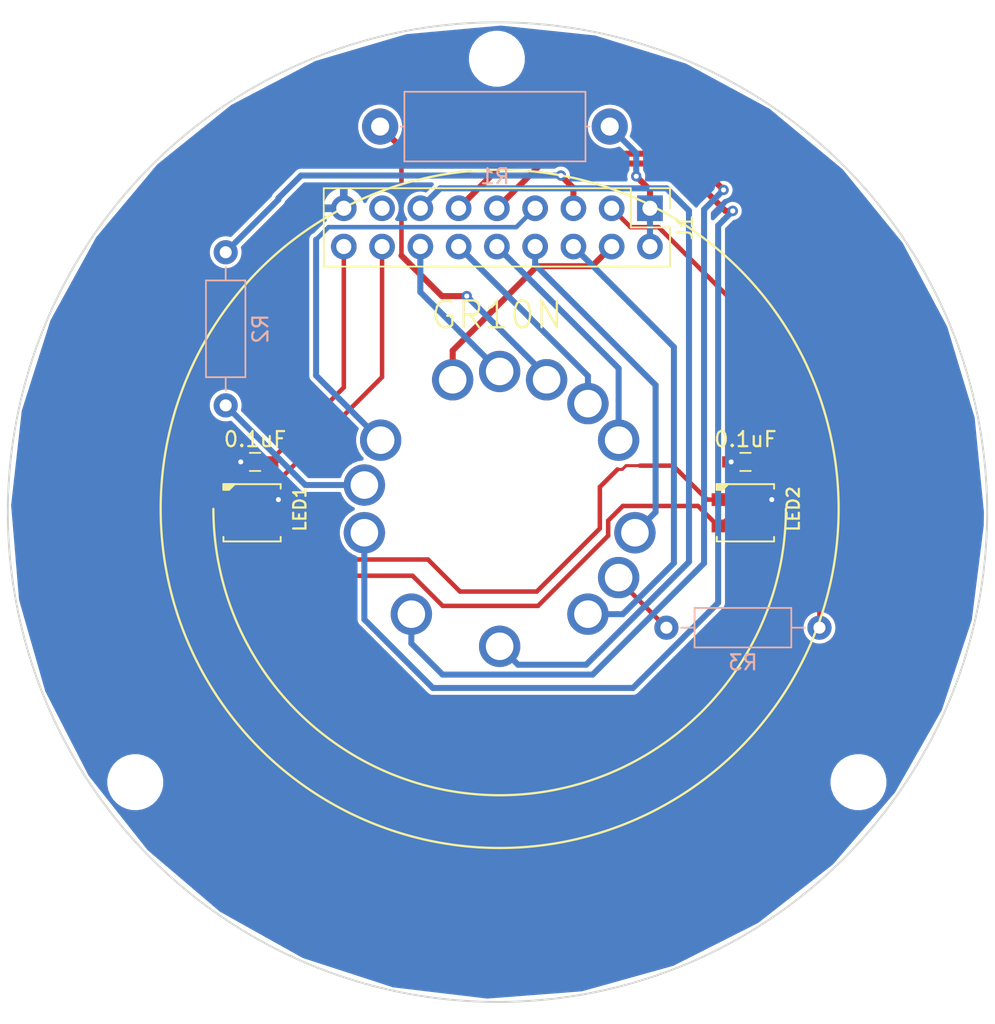
<source format=kicad_pcb>
(kicad_pcb (version 4) (host pcbnew 4.0.7)

  (general
    (links 27)
    (no_connects 0)
    (area 122.368057 84.5184 197.590343 153.360001)
    (thickness 1.6002)
    (drawings 2)
    (tracks 140)
    (zones 0)
    (modules 13)
    (nets 23)
  )

  (page USLetter)
  (layers
    (0 F.Cu signal)
    (31 B.Cu signal)
    (34 B.Paste user)
    (35 F.Paste user)
    (36 B.SilkS user)
    (37 F.SilkS user)
    (38 B.Mask user)
    (39 F.Mask user)
    (44 Edge.Cuts user)
  )

  (setup
    (last_trace_width 0.4)
    (user_trace_width 0.1524)
    (user_trace_width 0.2)
    (user_trace_width 0.25)
    (user_trace_width 0.3)
    (user_trace_width 0.4)
    (user_trace_width 0.5)
    (user_trace_width 0.6)
    (user_trace_width 0.8)
    (trace_clearance 0.254)
    (zone_clearance 0.1524)
    (zone_45_only no)
    (trace_min 0.1524)
    (segment_width 0.127)
    (edge_width 0.127)
    (via_size 0.6858)
    (via_drill 0.3302)
    (via_min_size 0.6858)
    (via_min_drill 0.3302)
    (uvia_size 0.508)
    (uvia_drill 0.127)
    (uvias_allowed no)
    (uvia_min_size 0.508)
    (uvia_min_drill 0.127)
    (pcb_text_width 0.127)
    (pcb_text_size 0.6 0.6)
    (mod_edge_width 0.127)
    (mod_text_size 0.6 0.6)
    (mod_text_width 0.127)
    (pad_size 1.524 1.524)
    (pad_drill 0.762)
    (pad_to_mask_clearance 0.05)
    (pad_to_paste_clearance -0.04)
    (aux_axis_origin 0 0)
    (grid_origin 159.9792 119.2974)
    (visible_elements 7FFFFF7F)
    (pcbplotparams
      (layerselection 0x3ffff_80000001)
      (usegerberextensions true)
      (usegerberattributes true)
      (excludeedgelayer true)
      (linewidth 0.127000)
      (plotframeref false)
      (viasonmask false)
      (mode 1)
      (useauxorigin false)
      (hpglpennumber 1)
      (hpglpenspeed 20)
      (hpglpendiameter 15)
      (hpglpenoverlay 2)
      (psnegative false)
      (psa4output false)
      (plotreference true)
      (plotvalue true)
      (plotinvisibletext false)
      (padsonsilk false)
      (subtractmaskfromsilk false)
      (outputformat 1)
      (mirror false)
      (drillshape 0)
      (scaleselection 1)
      (outputdirectory CAM/))
  )

  (net 0 "")
  (net 1 +5V)
  (net 2 GND)
  (net 3 /Anode)
  (net 4 /Din)
  (net 5 /HV6)
  (net 6 /HV5)
  (net 7 /HV10)
  (net 8 /HV4)
  (net 9 /HV9)
  (net 10 /HV3)
  (net 11 /HV8)
  (net 12 /HV2)
  (net 13 /HV7)
  (net 14 /HV1)
  (net 15 /HV12)
  (net 16 /HV11)
  (net 17 "Net-(J1-Pad15)")
  (net 18 "Net-(NX1-Pad6)")
  (net 19 "Net-(NX1-Pad11)")
  (net 20 "Net-(NX1-Pad16)")
  (net 21 "Net-(LED1-Pad1-DO)")
  (net 22 "Net-(LED2-Pad1-DO)")

  (net_class Default "Imperial - this is the standard class"
    (clearance 0.254)
    (trace_width 0.254)
    (via_dia 0.6858)
    (via_drill 0.3302)
    (uvia_dia 0.508)
    (uvia_drill 0.127)
    (add_net +5V)
    (add_net /Anode)
    (add_net /Din)
    (add_net /HV1)
    (add_net /HV10)
    (add_net /HV11)
    (add_net /HV12)
    (add_net /HV2)
    (add_net /HV3)
    (add_net /HV4)
    (add_net /HV5)
    (add_net /HV6)
    (add_net /HV7)
    (add_net /HV8)
    (add_net /HV9)
    (add_net GND)
    (add_net "Net-(J1-Pad15)")
    (add_net "Net-(LED1-Pad1-DO)")
    (add_net "Net-(LED2-Pad1-DO)")
    (add_net "Net-(NX1-Pad11)")
    (add_net "Net-(NX1-Pad16)")
    (add_net "Net-(NX1-Pad6)")
  )

  (net_class 0.2mm ""
    (clearance 0.2)
    (trace_width 0.2)
    (via_dia 0.6858)
    (via_drill 0.3302)
    (uvia_dia 0.508)
    (uvia_drill 0.127)
  )

  (net_class Minimal ""
    (clearance 0.1524)
    (trace_width 0.1524)
    (via_dia 0.6858)
    (via_drill 0.3302)
    (uvia_dia 0.508)
    (uvia_drill 0.127)
  )

  (module logos:mermaid_l (layer B.Cu) (tedit 0) (tstamp 5AA1E526)
    (at 163.2292 144.0474 180)
    (fp_text reference G*** (at 0 0 180) (layer B.SilkS) hide
      (effects (font (thickness 0.3)) (justify mirror))
    )
    (fp_text value LOGO (at 0.75 0 180) (layer B.SilkS) hide
      (effects (font (thickness 0.3)) (justify mirror))
    )
    (fp_poly (pts (xy 0.016811 3.773536) (xy 0.035492 3.771585) (xy 0.039687 3.770741) (xy 0.079417 3.757244)
      (xy 0.111324 3.737775) (xy 0.124832 3.725513) (xy 0.142677 3.704599) (xy 0.153161 3.684612)
      (xy 0.15793 3.661447) (xy 0.15875 3.64097) (xy 0.158058 3.61993) (xy 0.155124 3.604749)
      (xy 0.148654 3.590748) (xy 0.141938 3.580059) (xy 0.122141 3.557766) (xy 0.098998 3.544256)
      (xy 0.074141 3.539962) (xy 0.049199 3.545313) (xy 0.036501 3.55221) (xy 0.025568 3.560763)
      (xy 0.019906 3.570026) (xy 0.017449 3.584153) (xy 0.016932 3.59157) (xy 0.016648 3.608477)
      (xy 0.018904 3.618133) (xy 0.024587 3.623743) (xy 0.026084 3.624592) (xy 0.039465 3.627784)
      (xy 0.050441 3.626922) (xy 0.059967 3.622881) (xy 0.061919 3.615123) (xy 0.060823 3.608777)
      (xy 0.060289 3.596153) (xy 0.064906 3.590901) (xy 0.073078 3.592235) (xy 0.083211 3.599369)
      (xy 0.093713 3.61152) (xy 0.102989 3.6279) (xy 0.103896 3.629997) (xy 0.108418 3.643365)
      (xy 0.108287 3.6547) (xy 0.103467 3.669685) (xy 0.087643 3.698859) (xy 0.064252 3.721926)
      (xy 0.050164 3.731216) (xy 0.036916 3.737802) (xy 0.022748 3.741623) (xy 0.004134 3.743365)
      (xy -0.014288 3.743716) (xy -0.040147 3.742911) (xy -0.057394 3.740394) (xy -0.064294 3.73724)
      (xy -0.073648 3.731439) (xy -0.077728 3.730626) (xy -0.088165 3.726605) (xy -0.102163 3.716065)
      (xy -0.117406 3.701291) (xy -0.131579 3.684564) (xy -0.142367 3.668169) (xy -0.143717 3.665542)
      (xy -0.151883 3.648712) (xy -0.159332 3.633251) (xy -0.163088 3.620111) (xy -0.165384 3.598867)
      (xy -0.16631 3.568514) (xy -0.166318 3.553876) (xy -0.166026 3.5265) (xy -0.165145 3.506715)
      (xy -0.163111 3.491529) (xy -0.159359 3.477949) (xy -0.153324 3.462983) (xy -0.14625 3.447521)
      (xy -0.121753 3.405235) (xy -0.0903 3.36927) (xy -0.051325 3.33924) (xy -0.004264 3.314759)
      (xy 0.051447 3.295441) (xy 0.089958 3.28602) (xy 0.119366 3.282227) (xy 0.156195 3.281263)
      (xy 0.197719 3.282946) (xy 0.241212 3.28709) (xy 0.283951 3.293513) (xy 0.321687 3.301638)
      (xy 0.342155 3.307861) (xy 0.360849 3.315263) (xy 0.376278 3.322945) (xy 0.386953 3.330006)
      (xy 0.391385 3.335547) (xy 0.388082 3.338667) (xy 0.383597 3.339042) (xy 0.373649 3.342219)
      (xy 0.357833 3.350734) (xy 0.338335 3.36306) (xy 0.317344 3.377673) (xy 0.297047 3.393046)
      (xy 0.279632 3.407655) (xy 0.267286 3.419973) (xy 0.26692 3.420407) (xy 0.246827 3.446164)
      (xy 0.232225 3.469838) (xy 0.221889 3.494463) (xy 0.214597 3.523071) (xy 0.209127 3.558694)
      (xy 0.208269 3.565849) (xy 0.208225 3.599519) (xy 0.214696 3.635439) (xy 0.226608 3.670269)
      (xy 0.242885 3.700666) (xy 0.257355 3.718587) (xy 0.284712 3.739246) (xy 0.316451 3.752322)
      (xy 0.350326 3.757709) (xy 0.384089 3.755304) (xy 0.415495 3.745003) (xy 0.441854 3.727116)
      (xy 0.456743 3.708989) (xy 0.464158 3.687733) (xy 0.465666 3.667574) (xy 0.46447 3.649678)
      (xy 0.459418 3.636679) (xy 0.44831 3.623019) (xy 0.447843 3.622523) (xy 0.432662 3.60928)
      (xy 0.418526 3.60395) (xy 0.413448 3.603625) (xy 0.394908 3.608269) (xy 0.381565 3.620647)
      (xy 0.375782 3.638431) (xy 0.375708 3.640833) (xy 0.378805 3.655072) (xy 0.386689 3.660815)
      (xy 0.397247 3.657238) (xy 0.40302 3.65151) (xy 0.411119 3.643576) (xy 0.417703 3.64383)
      (xy 0.420717 3.645984) (xy 0.426691 3.656909) (xy 0.428309 3.673525) (xy 0.425542 3.691863)
      (xy 0.421138 3.703294) (xy 0.410709 3.716673) (xy 0.399156 3.725521) (xy 0.381042 3.731036)
      (xy 0.358057 3.732598) (xy 0.335132 3.730244) (xy 0.318905 3.724949) (xy 0.298369 3.711409)
      (xy 0.278961 3.693672) (xy 0.264484 3.675356) (xy 0.26187 3.670693) (xy 0.258107 3.658302)
      (xy 0.255508 3.640465) (xy 0.254155 3.620218) (xy 0.254128 3.6006) (xy 0.25551 3.584648)
      (xy 0.258381 3.5754) (xy 0.259291 3.574521) (xy 0.263387 3.567227) (xy 0.264583 3.558334)
      (xy 0.266434 3.54854) (xy 0.269875 3.545417) (xy 0.274956 3.541344) (xy 0.275166 3.539772)
      (xy 0.278369 3.532005) (xy 0.286651 3.519125) (xy 0.298022 3.503894) (xy 0.310492 3.489074)
      (xy 0.315691 3.483521) (xy 0.332808 3.469181) (xy 0.356966 3.453086) (xy 0.385192 3.436898)
      (xy 0.41451 3.422278) (xy 0.441945 3.410886) (xy 0.451563 3.407656) (xy 0.513508 3.39253)
      (xy 0.572008 3.386659) (xy 0.6285 3.390216) (xy 0.684423 3.403376) (xy 0.741216 3.42631)
      (xy 0.78052 3.447259) (xy 0.817352 3.46804) (xy 0.848125 3.483558) (xy 0.875501 3.494552)
      (xy 0.902139 3.501759) (xy 0.9307 3.505917) (xy 0.963843 3.507764) (xy 0.999762 3.50806)
      (xy 1.029829 3.507596) (xy 1.058475 3.506543) (xy 1.08289 3.505047) (xy 1.100268 3.50325)
      (xy 1.103312 3.502746) (xy 1.124251 3.498943) (xy 1.148566 3.494739) (xy 1.16152 3.492588)
      (xy 1.183437 3.488718) (xy 1.205109 3.484407) (xy 1.21576 3.482026) (xy 1.242534 3.475574)
      (xy 1.261268 3.470981) (xy 1.27422 3.467665) (xy 1.283649 3.465044) (xy 1.29181 3.462534)
      (xy 1.293812 3.46189) (xy 1.330054 3.447173) (xy 1.362613 3.428217) (xy 1.390124 3.406284)
      (xy 1.411222 3.382636) (xy 1.42454 3.358536) (xy 1.428749 3.337087) (xy 1.430965 3.31796)
      (xy 1.436932 3.293293) (xy 1.445634 3.266996) (xy 1.4496 3.257021) (xy 1.460028 3.223921)
      (xy 1.465344 3.188889) (xy 1.465701 3.173183) (xy 1.465206 3.152449) (xy 1.465622 3.140318)
      (xy 1.467505 3.134815) (xy 1.471411 3.133966) (xy 1.476375 3.135313) (xy 1.485246 3.136563)
      (xy 1.485546 3.132317) (xy 1.477379 3.123141) (xy 1.473497 3.119686) (xy 1.464568 3.110292)
      (xy 1.463129 3.101507) (xy 1.465406 3.093994) (xy 1.472998 3.082438) (xy 1.485846 3.06985)
      (xy 1.491895 3.065257) (xy 1.507592 3.051442) (xy 1.513053 3.038041) (xy 1.508312 3.023896)
      (xy 1.493572 3.007997) (xy 1.481954 2.996879) (xy 1.477871 2.989625) (xy 1.480148 2.984092)
      (xy 1.480343 2.983889) (xy 1.48489 2.973373) (xy 1.486712 2.956585) (xy 1.485771 2.93749)
      (xy 1.482027 2.920051) (xy 1.481007 2.917281) (xy 1.468042 2.883178) (xy 1.459777 2.85676)
      (xy 1.455764 2.836468) (xy 1.455208 2.827306) (xy 1.451635 2.812089) (xy 1.440656 2.801224)
      (xy 1.433744 2.797314) (xy 1.425278 2.794661) (xy 1.41333 2.793085) (xy 1.395971 2.79241)
      (xy 1.371273 2.792457) (xy 1.349375 2.792809) (xy 1.31873 2.793255) (xy 1.296659 2.793112)
      (xy 1.281157 2.792186) (xy 1.270221 2.790279) (xy 1.261849 2.787196) (xy 1.255447 2.783626)
      (xy 1.244268 2.774775) (xy 1.238474 2.766405) (xy 1.23825 2.764974) (xy 1.235863 2.757876)
      (xy 1.233805 2.756959) (xy 1.229201 2.752098) (xy 1.223916 2.739092) (xy 1.218503 2.720308)
      (xy 1.213515 2.698112) (xy 1.209506 2.674871) (xy 1.207028 2.652951) (xy 1.2065 2.640132)
      (xy 1.207874 2.614203) (xy 1.211589 2.582523) (xy 1.217032 2.549504) (xy 1.222776 2.522803)
      (xy 1.235661 2.473043) (xy 1.247332 2.433315) (xy 1.257929 2.403156) (xy 1.259293 2.399771)
      (xy 1.264013 2.387513) (xy 1.269636 2.371955) (xy 1.270086 2.370667) (xy 1.278721 2.347809)
      (xy 1.289907 2.322021) (xy 1.304888 2.290463) (xy 1.308378 2.283355) (xy 1.317963 2.259043)
      (xy 1.323702 2.234224) (xy 1.325348 2.211548) (xy 1.322652 2.19366) (xy 1.317561 2.184909)
      (xy 1.307186 2.176016) (xy 1.292853 2.165074) (xy 1.277255 2.153968) (xy 1.263087 2.144581)
      (xy 1.253044 2.138797) (xy 1.250232 2.137834) (xy 1.242386 2.13401) (xy 1.231208 2.124466)
      (xy 1.219519 2.11209) (xy 1.21014 2.099773) (xy 1.206613 2.093154) (xy 1.204218 2.073293)
      (xy 1.210459 2.048342) (xy 1.211685 2.04523) (xy 1.220793 2.023791) (xy 1.23213 1.998543)
      (xy 1.244765 1.971403) (xy 1.257766 1.944284) (xy 1.270202 1.9191) (xy 1.281142 1.897767)
      (xy 1.289653 1.882198) (xy 1.294804 1.874308) (xy 1.294911 1.874195) (xy 1.300737 1.866426)
      (xy 1.30175 1.863411) (xy 1.305702 1.855954) (xy 1.316422 1.843726) (xy 1.332206 1.828296)
      (xy 1.351351 1.811235) (xy 1.372151 1.794113) (xy 1.392903 1.778501) (xy 1.397 1.775628)
      (xy 1.412481 1.764474) (xy 1.432822 1.749179) (xy 1.456251 1.731147) (xy 1.480994 1.711783)
      (xy 1.505277 1.692489) (xy 1.527327 1.674669) (xy 1.54537 1.659728) (xy 1.557633 1.649068)
      (xy 1.561041 1.645785) (xy 1.566531 1.641261) (xy 1.577559 1.632846) (xy 1.584854 1.62743)
      (xy 1.599074 1.616479) (xy 1.610642 1.606732) (xy 1.613958 1.603563) (xy 1.621166 1.597319)
      (xy 1.63503 1.586326) (xy 1.653625 1.57203) (xy 1.675029 1.555881) (xy 1.697317 1.539326)
      (xy 1.718566 1.523814) (xy 1.736854 1.510793) (xy 1.740958 1.507944) (xy 1.75542 1.497422)
      (xy 1.767734 1.487559) (xy 1.769672 1.48584) (xy 1.781335 1.477351) (xy 1.789516 1.473434)
      (xy 1.797549 1.469117) (xy 1.799166 1.466423) (xy 1.803588 1.462135) (xy 1.814535 1.456503)
      (xy 1.817687 1.455209) (xy 1.829662 1.449593) (xy 1.835937 1.444862) (xy 1.836208 1.4441)
      (xy 1.840779 1.440501) (xy 1.852852 1.434525) (xy 1.869967 1.42737) (xy 1.872824 1.426267)
      (xy 1.88894 1.420424) (xy 1.902804 1.416562) (xy 1.917198 1.414357) (xy 1.934907 1.413483)
      (xy 1.958714 1.413615) (xy 1.977334 1.414048) (xy 2.011477 1.415666) (xy 2.050591 1.418652)
      (xy 2.089221 1.422539) (xy 2.114726 1.425785) (xy 2.14488 1.42989) (xy 2.16751 1.432256)
      (xy 2.18552 1.432964) (xy 2.201812 1.432095) (xy 2.219288 1.429731) (xy 2.224528 1.428856)
      (xy 2.245404 1.424861) (xy 2.257747 1.421152) (xy 2.263552 1.416902) (xy 2.264833 1.412127)
      (xy 2.263508 1.406717) (xy 2.257986 1.403732) (xy 2.245944 1.402491) (xy 2.231409 1.402292)
      (xy 2.207764 1.401303) (xy 2.182238 1.398663) (xy 2.158033 1.394866) (xy 2.138355 1.390404)
      (xy 2.12725 1.386276) (xy 2.123304 1.383434) (xy 2.123829 1.381057) (xy 2.130164 1.378752)
      (xy 2.143652 1.376125) (xy 2.165634 1.37278) (xy 2.180166 1.370725) (xy 2.208747 1.366286)
      (xy 2.230983 1.361492) (xy 2.251087 1.355226) (xy 2.27327 1.34637) (xy 2.275416 1.345449)
      (xy 2.291879 1.337058) (xy 2.307873 1.326809) (xy 2.32072 1.316668) (xy 2.327745 1.308602)
      (xy 2.328333 1.306591) (xy 2.323743 1.304335) (xy 2.312281 1.304011) (xy 2.297402 1.305252)
      (xy 2.282566 1.307694) (xy 2.271229 1.31097) (xy 2.267743 1.312991) (xy 2.258675 1.31683)
      (xy 2.251604 1.317626) (xy 2.239817 1.320172) (xy 2.234786 1.323331) (xy 2.225761 1.326846)
      (xy 2.213884 1.326984) (xy 2.204136 1.325219) (xy 2.204029 1.323129) (xy 2.20927 1.320799)
      (xy 2.23606 1.310129) (xy 2.25511 1.301894) (xy 2.268643 1.294964) (xy 2.278885 1.288209)
      (xy 2.287322 1.281169) (xy 2.296853 1.2715) (xy 2.301715 1.264499) (xy 2.301875 1.263719)
      (xy 2.297454 1.259587) (xy 2.285098 1.260225) (xy 2.266162 1.265338) (xy 2.242005 1.274631)
      (xy 2.232778 1.27872) (xy 2.210862 1.287938) (xy 2.195226 1.292907) (xy 2.186673 1.293593)
      (xy 2.186011 1.289959) (xy 2.194044 1.28197) (xy 2.19612 1.28034) (xy 2.207237 1.273141)
      (xy 2.215319 1.270118) (xy 2.221801 1.265714) (xy 2.226876 1.256324) (xy 2.227791 1.251047)
      (xy 2.223516 1.248302) (xy 2.212505 1.249392) (xy 2.197482 1.253408) (xy 2.181171 1.259436)
      (xy 2.166296 1.266566) (xy 2.15558 1.273887) (xy 2.153708 1.275833) (xy 2.146702 1.280288)
      (xy 2.132687 1.286789) (xy 2.114695 1.294037) (xy 2.095756 1.300732) (xy 2.095124 1.300937)
      (xy 2.07869 1.304461) (xy 2.057774 1.306667) (xy 2.046312 1.307042) (xy 2.028903 1.306558)
      (xy 2.018807 1.304253) (xy 2.012768 1.298853) (xy 2.009183 1.29249) (xy 2.005287 1.278785)
      (xy 2.008579 1.265874) (xy 2.019902 1.252443) (xy 2.040101 1.237179) (xy 2.048014 1.232048)
      (xy 2.069352 1.218173) (xy 2.083328 1.207722) (xy 2.091758 1.198848) (xy 2.096459 1.189706)
      (xy 2.098878 1.180349) (xy 2.099775 1.168122) (xy 2.095521 1.163627) (xy 2.094838 1.16354)
      (xy 2.077123 1.165005) (xy 2.064663 1.173081) (xy 2.054291 1.180457) (xy 2.036679 1.190046)
      (xy 2.014573 1.20055) (xy 1.990717 1.210671) (xy 1.967857 1.219114) (xy 1.965854 1.219776)
      (xy 1.928101 1.233609) (xy 1.898307 1.248381) (xy 1.87387 1.26573) (xy 1.852189 1.287294)
      (xy 1.844908 1.29597) (xy 1.82922 1.314316) (xy 1.813605 1.330793) (xy 1.80082 1.342542)
      (xy 1.797992 1.344686) (xy 1.786309 1.353213) (xy 1.778836 1.359346) (xy 1.778 1.360236)
      (xy 1.771224 1.365606) (xy 1.75693 1.374794) (xy 1.736985 1.386729) (xy 1.713259 1.400343)
      (xy 1.687619 1.414565) (xy 1.661936 1.428326) (xy 1.638076 1.440557) (xy 1.635125 1.442019)
      (xy 1.587553 1.46584) (xy 1.546283 1.487396) (xy 1.507857 1.50852) (xy 1.481666 1.52353)
      (xy 1.464862 1.532936) (xy 1.450648 1.540248) (xy 1.443302 1.543429) (xy 1.435482 1.548118)
      (xy 1.434041 1.551076) (xy 1.429946 1.555562) (xy 1.42835 1.55575) (xy 1.421455 1.558368)
      (xy 1.407463 1.565519) (xy 1.388265 1.576151) (xy 1.365753 1.589212) (xy 1.341819 1.60365)
      (xy 1.338081 1.605957) (xy 1.328838 1.611626) (xy 1.314356 1.620452) (xy 1.303686 1.626934)
      (xy 1.289183 1.635949) (xy 1.278713 1.64286) (xy 1.275291 1.645485) (xy 1.269816 1.650117)
      (xy 1.258818 1.65865) (xy 1.251479 1.66417) (xy 1.234056 1.677274) (xy 1.220686 1.687881)
      (xy 1.208649 1.698391) (xy 1.195222 1.711206) (xy 1.177684 1.728725) (xy 1.173427 1.733021)
      (xy 1.154691 1.753203) (xy 1.136473 1.774958) (xy 1.121826 1.794574) (xy 1.117957 1.80049)
      (xy 1.107458 1.815879) (xy 1.098096 1.826821) (xy 1.091977 1.830917) (xy 1.085418 1.828569)
      (xy 1.084785 1.826948) (xy 1.081627 1.820717) (xy 1.073818 1.810294) (xy 1.071556 1.807605)
      (xy 1.063024 1.796859) (xy 1.058535 1.789598) (xy 1.058333 1.788759) (xy 1.055116 1.78268)
      (xy 1.048847 1.77503) (xy 1.038358 1.760344) (xy 1.026121 1.737991) (xy 1.013216 1.710506)
      (xy 1.00072 1.680421) (xy 0.989714 1.650268) (xy 0.981275 1.622581) (xy 0.977986 1.608667)
      (xy 0.968972 1.562362) (xy 0.962328 1.523365) (xy 0.95779 1.488735) (xy 0.955093 1.45553)
      (xy 0.953972 1.420809) (xy 0.954162 1.38163) (xy 0.954874 1.352021) (xy 0.955956 1.318336)
      (xy 0.957154 1.287144) (xy 0.958377 1.260422) (xy 0.959534 1.240144) (xy 0.960534 1.228284)
      (xy 0.960617 1.227667) (xy 0.961429 1.217554) (xy 0.962358 1.198447) (xy 0.96335 1.171939)
      (xy 0.964353 1.139617) (xy 0.96531 1.103071) (xy 0.96617 1.063891) (xy 0.966176 1.063625)
      (xy 0.966988 1.016579) (xy 0.967314 0.977779) (xy 0.967075 0.9449) (xy 0.96619 0.915612)
      (xy 0.964579 0.887587) (xy 0.962164 0.858498) (xy 0.958863 0.826017) (xy 0.95765 0.814917)
      (xy 0.951084 0.75682) (xy 0.945176 0.707679) (xy 0.939682 0.665903) (xy 0.934356 0.629902)
      (xy 0.928956 0.598088) (xy 0.923235 0.56887) (xy 0.916949 0.54066) (xy 0.912885 0.523875)
      (xy 0.906794 0.498662) (xy 0.901413 0.475129) (xy 0.897462 0.456489) (xy 0.895973 0.44834)
      (xy 0.892856 0.434708) (xy 0.889085 0.426281) (xy 0.888285 0.425538) (xy 0.884592 0.418555)
      (xy 0.883669 0.411115) (xy 0.882028 0.401383) (xy 0.877635 0.38436) (xy 0.871226 0.362746)
      (xy 0.866028 0.346605) (xy 0.857767 0.321534) (xy 0.84996 0.297435) (xy 0.843739 0.277819)
      (xy 0.841302 0.269875) (xy 0.836378 0.25453) (xy 0.832191 0.243342) (xy 0.830942 0.240771)
      (xy 0.827336 0.232696) (xy 0.822295 0.21902) (xy 0.820702 0.214313) (xy 0.81395 0.195276)
      (xy 0.806669 0.176625) (xy 0.80583 0.174625) (xy 0.798972 0.158321) (xy 0.792944 0.14374)
      (xy 0.792593 0.142875) (xy 0.786649 0.129107) (xy 0.782549 0.120458) (xy 0.778574 0.110063)
      (xy 0.777875 0.105842) (xy 0.775639 0.099184) (xy 0.769428 0.084596) (xy 0.759982 0.063622)
      (xy 0.748042 0.037806) (xy 0.734349 0.008691) (xy 0.719644 -0.022178) (xy 0.704668 -0.053257)
      (xy 0.690162 -0.083002) (xy 0.676867 -0.10987) (xy 0.665523 -0.132316) (xy 0.656873 -0.148797)
      (xy 0.651656 -0.157769) (xy 0.650888 -0.15875) (xy 0.64704 -0.164585) (xy 0.640139 -0.176579)
      (xy 0.635415 -0.185208) (xy 0.622667 -0.207639) (xy 0.605809 -0.235506) (xy 0.586295 -0.266573)
      (xy 0.565581 -0.298607) (xy 0.545121 -0.329373) (xy 0.52637 -0.356639) (xy 0.510784 -0.378168)
      (xy 0.504464 -0.386291) (xy 0.49882 -0.393433) (xy 0.48822 -0.406992) (xy 0.474188 -0.425014)
      (xy 0.458423 -0.445321) (xy 0.386268 -0.531586) (xy 0.305323 -0.615902) (xy 0.217382 -0.696433)
      (xy 0.193138 -0.716902) (xy 0.177764 -0.729736) (xy 0.165728 -0.739925) (xy 0.159212 -0.745619)
      (xy 0.15875 -0.74607) (xy 0.15364 -0.750212) (xy 0.141905 -0.75919) (xy 0.125441 -0.771566)
      (xy 0.111125 -0.782215) (xy 0.091503 -0.796811) (xy 0.074346 -0.809688) (xy 0.061903 -0.819151)
      (xy 0.057234 -0.822811) (xy 0.046348 -0.830914) (xy 0.033422 -0.839659) (xy 0.019429 -0.849492)
      (xy 0.008262 -0.85853) (xy -0.00115 -0.865562) (xy -0.006772 -0.867833) (xy -0.013177 -0.871028)
      (xy -0.024494 -0.879231) (xy -0.033185 -0.886354) (xy -0.046046 -0.896711) (xy -0.055853 -0.903433)
      (xy -0.059243 -0.904875) (xy -0.065136 -0.907527) (xy -0.076973 -0.9143) (xy -0.09191 -0.923419)
      (xy -0.107104 -0.933106) (xy -0.119711 -0.941585) (xy -0.126887 -0.947081) (xy -0.127 -0.947193)
      (xy -0.133129 -0.951521) (xy -0.142875 -0.957378) (xy -0.152011 -0.962765) (xy -0.168175 -0.972485)
      (xy -0.189376 -0.985333) (xy -0.213623 -1.000104) (xy -0.223801 -1.006326) (xy -0.247553 -1.020777)
      (xy -0.267952 -1.033032) (xy -0.283378 -1.04213) (xy -0.292207 -1.047106) (xy -0.293632 -1.04775)
      (xy -0.298902 -1.050229) (xy -0.310818 -1.056768) (xy -0.326931 -1.066017) (xy -0.328991 -1.067222)
      (xy -0.356603 -1.083148) (xy -0.386048 -1.099703) (xy -0.414493 -1.115327) (xy -0.439106 -1.128464)
      (xy -0.455084 -1.136599) (xy -0.467632 -1.14309) (xy -0.475484 -1.147821) (xy -0.47625 -1.148468)
      (xy -0.481786 -1.151903) (xy -0.494692 -1.158989) (xy -0.512891 -1.168607) (xy -0.529167 -1.177013)
      (xy -0.578322 -1.202179) (xy -0.622845 -1.225001) (xy -0.661951 -1.245075) (xy -0.694854 -1.261998)
      (xy -0.720769 -1.275365) (xy -0.73891 -1.284772) (xy -0.748492 -1.289816) (xy -0.748968 -1.290075)
      (xy -0.758048 -1.294813) (xy -0.773987 -1.302904) (xy -0.794153 -1.313017) (xy -0.80698 -1.3194)
      (xy -0.881231 -1.35675) (xy -0.94652 -1.390707) (xy -1.003734 -1.421745) (xy -1.05376 -1.450342)
      (xy -1.076855 -1.464177) (xy -1.090458 -1.471801) (xy -1.098021 -1.475597) (xy -1.105412 -1.479911)
      (xy -1.119579 -1.488876) (xy -1.138874 -1.501392) (xy -1.161647 -1.516359) (xy -1.18625 -1.532677)
      (xy -1.211035 -1.549246) (xy -1.234352 -1.564966) (xy -1.254552 -1.578737) (xy -1.269988 -1.58946)
      (xy -1.279009 -1.596033) (xy -1.280584 -1.5974) (xy -1.28583 -1.602217) (xy -1.296881 -1.611472)
      (xy -1.309688 -1.621833) (xy -1.369914 -1.675393) (xy -1.421218 -1.732685) (xy -1.463288 -1.79318)
      (xy -1.495811 -1.856346) (xy -1.518476 -1.921651) (xy -1.530971 -1.988566) (xy -1.532115 -2.00072)
      (xy -1.533533 -2.021291) (xy -1.533389 -2.03401) (xy -1.531178 -2.041555) (xy -1.526396 -2.046606)
      (xy -1.523028 -2.048937) (xy -1.508982 -2.055507) (xy -1.492365 -2.060056) (xy -1.492229 -2.060079)
      (xy -1.452691 -2.067475) (xy -1.418964 -2.075738) (xy -1.394355 -2.083271) (xy -1.372487 -2.090356)
      (xy -1.346337 -2.098616) (xy -1.322917 -2.10585) (xy -1.302468 -2.112199) (xy -1.284909 -2.117877)
      (xy -1.273608 -2.12179) (xy -1.272646 -2.122164) (xy -1.262724 -2.125949) (xy -1.246121 -2.132103)
      (xy -1.226116 -2.139411) (xy -1.222375 -2.140766) (xy -1.203039 -2.148094) (xy -1.187481 -2.154598)
      (xy -1.178496 -2.159093) (xy -1.177661 -2.159711) (xy -1.168071 -2.163984) (xy -1.164987 -2.164291)
      (xy -1.156849 -2.166561) (xy -1.141251 -2.172762) (xy -1.120145 -2.181983) (xy -1.095482 -2.193313)
      (xy -1.069213 -2.20584) (xy -1.043289 -2.218653) (xy -1.019661 -2.230841) (xy -1.002771 -2.240067)
      (xy -0.979183 -2.253619) (xy -0.954406 -2.268128) (xy -0.930964 -2.28209) (xy -0.911386 -2.293997)
      (xy -0.898196 -2.302344) (xy -0.897227 -2.302991) (xy -0.84537 -2.340492) (xy -0.792658 -2.383257)
      (xy -0.741528 -2.42907) (xy -0.694416 -2.475712) (xy -0.653759 -2.520968) (xy -0.642579 -2.534708)
      (xy -0.628634 -2.552018) (xy -0.616971 -2.565902) (xy -0.609232 -2.574434) (xy -0.607219 -2.576159)
      (xy -0.603295 -2.582213) (xy -0.60325 -2.582995) (xy -0.599953 -2.59017) (xy -0.592419 -2.599694)
      (xy -0.584795 -2.609595) (xy -0.573492 -2.626331) (xy -0.559985 -2.647494) (xy -0.545751 -2.670677)
      (xy -0.532266 -2.693472) (xy -0.521004 -2.713471) (xy -0.513442 -2.728265) (xy -0.512956 -2.729342)
      (xy -0.506925 -2.740667) (xy -0.501953 -2.746251) (xy -0.501417 -2.746375) (xy -0.497764 -2.750622)
      (xy -0.497417 -2.753524) (xy -0.495063 -2.76201) (xy -0.489037 -2.775934) (xy -0.484188 -2.785554)
      (xy -0.476676 -2.800966) (xy -0.471883 -2.81327) (xy -0.470959 -2.817651) (xy -0.468504 -2.82541)
      (xy -0.46699 -2.826631) (xy -0.463351 -2.832354) (xy -0.457475 -2.846051) (xy -0.450118 -2.865545)
      (xy -0.442034 -2.888659) (xy -0.433976 -2.913215) (xy -0.4267 -2.937036) (xy -0.420958 -2.957944)
      (xy -0.419645 -2.963333) (xy -0.414816 -2.982772) (xy -0.410227 -2.999259) (xy -0.40721 -3.008312)
      (xy -0.403349 -3.020934) (xy -0.400065 -3.036847) (xy -0.399977 -3.037416) (xy -0.397973 -3.049953)
      (xy -0.394675 -3.070065) (xy -0.390554 -3.094892) (xy -0.386442 -3.119437) (xy -0.382507 -3.145522)
      (xy -0.379552 -3.172135) (xy -0.377442 -3.20146) (xy -0.376041 -3.23568) (xy -0.375217 -3.276977)
      (xy -0.374941 -3.306237) (xy -0.374907 -3.341428) (xy -0.375253 -3.373114) (xy -0.375932 -3.399753)
      (xy -0.376895 -3.4198) (xy -0.378095 -3.431711) (xy -0.378888 -3.43429) (xy -0.385103 -3.433466)
      (xy -0.398593 -3.427213) (xy -0.41801 -3.416235) (xy -0.441209 -3.401752) (xy -0.483878 -3.374892)
      (xy -0.526415 -3.34985) (xy -0.571041 -3.325433) (xy -0.619976 -3.30045) (xy -0.67544 -3.27371)
      (xy -0.709084 -3.258031) (xy -0.744498 -3.241758) (xy -0.773275 -3.228687) (xy -0.794644 -3.21916)
      (xy -0.807839 -3.213522) (xy -0.812017 -3.212041) (xy -0.817473 -3.210007) (xy -0.830202 -3.204577)
      (xy -0.847855 -3.196764) (xy -0.855541 -3.193302) (xy -0.87586 -3.184131) (xy -0.893504 -3.176218)
      (xy -0.905456 -3.170914) (xy -0.907521 -3.170016) (xy -0.918356 -3.165316) (xy -0.934412 -3.158299)
      (xy -0.944563 -3.153846) (xy -0.976212 -3.140021) (xy -0.999364 -3.130101) (xy -1.015151 -3.123604)
      (xy -1.018646 -3.12224) (xy -1.034695 -3.115354) (xy -1.057193 -3.104752) (xy -1.083338 -3.091857)
      (xy -1.110325 -3.078089) (xy -1.135352 -3.064868) (xy -1.155614 -3.053616) (xy -1.164167 -3.048495)
      (xy -1.18064 -3.036718) (xy -1.199817 -3.020816) (xy -1.220061 -3.002427) (xy -1.239737 -2.983188)
      (xy -1.257209 -2.964736) (xy -1.27084 -2.948708) (xy -1.278994 -2.936743) (xy -1.280584 -2.931984)
      (xy -1.284494 -2.925639) (xy -1.284991 -2.925409) (xy -1.290019 -2.9202) (xy -1.298403 -2.9087)
      (xy -1.308276 -2.893826) (xy -1.317775 -2.878494) (xy -1.325035 -2.865619) (xy -1.32819 -2.858117)
      (xy -1.328209 -2.857838) (xy -1.332 -2.851529) (xy -1.332427 -2.851326) (xy -1.337013 -2.84591)
      (xy -1.344025 -2.834059) (xy -1.348297 -2.82575) (xy -1.354863 -2.813311) (xy -1.359169 -2.807024)
      (xy -1.360124 -2.807229) (xy -1.360267 -2.814002) (xy -1.360556 -2.829563) (xy -1.360961 -2.852114)
      (xy -1.361448 -2.879861) (xy -1.36193 -2.90777) (xy -1.363484 -2.959059) (xy -1.366614 -3.002125)
      (xy -1.371909 -3.039285) (xy -1.379955 -3.072855) (xy -1.391341 -3.105149) (xy -1.406655 -3.138482)
      (xy -1.426484 -3.175172) (xy -1.432473 -3.185583) (xy -1.441516 -3.200851) (xy -1.454792 -3.222887)
      (xy -1.470945 -3.249473) (xy -1.488616 -3.278392) (xy -1.506447 -3.307427) (xy -1.523079 -3.334361)
      (xy -1.537156 -3.356975) (xy -1.546782 -3.372217) (xy -1.556574 -3.387882) (xy -1.563588 -3.399817)
      (xy -1.566333 -3.405482) (xy -1.566334 -3.405513) (xy -1.569332 -3.411428) (xy -1.571875 -3.414671)
      (xy -1.578955 -3.424037) (xy -1.58836 -3.437955) (xy -1.598309 -3.453578) (xy -1.607021 -3.468061)
      (xy -1.612717 -3.478559) (xy -1.613959 -3.481937) (xy -1.617841 -3.488012) (xy -1.618012 -3.48809)
      (xy -1.62267 -3.49336) (xy -1.6306 -3.505128) (xy -1.640113 -3.520543) (xy -1.649522 -3.536754)
      (xy -1.657137 -3.550911) (xy -1.661271 -3.560162) (xy -1.661584 -3.56167) (xy -1.66483 -3.566534)
      (xy -1.665553 -3.566624) (xy -1.670608 -3.570852) (xy -1.67527 -3.57853) (xy -1.6797 -3.587499)
      (xy -1.687831 -3.603801) (xy -1.698602 -3.625313) (xy -1.710953 -3.649918) (xy -1.714283 -3.656541)
      (xy -1.728714 -3.685357) (xy -1.739369 -3.707018) (xy -1.747301 -3.723791) (xy -1.753561 -3.73794)
      (xy -1.759201 -3.751728) (xy -1.762834 -3.761052) (xy -1.768776 -3.776191) (xy -1.77226 -3.784864)
      (xy -1.776532 -3.796565) (xy -1.782292 -3.813799) (xy -1.786124 -3.825875) (xy -1.794107 -3.850123)
      (xy -1.800605 -3.864974) (xy -1.806629 -3.871317) (xy -1.813196 -3.870039) (xy -1.821317 -3.862026)
      (xy -1.823851 -3.858896) (xy -1.834996 -3.845041) (xy -1.845018 -3.832935) (xy -1.860304 -3.814747)
      (xy -1.871524 -3.80089) (xy -1.881557 -3.787711) (xy -1.892096 -3.773209) (xy -1.901907 -3.758672)
      (xy -1.908513 -3.747198) (xy -1.910292 -3.74234) (xy -1.913744 -3.735549) (xy -1.9147 -3.735034)
      (xy -1.920879 -3.728832) (xy -1.93058 -3.714612) (xy -1.942942 -3.693993) (xy -1.957108 -3.668592)
      (xy -1.972218 -3.640026) (xy -1.987415 -3.609913) (xy -2.001841 -3.579871) (xy -2.014636 -3.551517)
      (xy -2.02375 -3.529541) (xy -2.030337 -3.513335) (xy -2.036097 -3.500143) (xy -2.037835 -3.49654)
      (xy -2.041998 -3.483106) (xy -2.042584 -3.477009) (xy -2.044998 -3.466849) (xy -2.047875 -3.463395)
      (xy -2.052009 -3.456083) (xy -2.053167 -3.44752) (xy -2.054935 -3.436601) (xy -2.057874 -3.432007)
      (xy -2.06186 -3.425217) (xy -2.065111 -3.412716) (xy -2.06525 -3.411851) (xy -2.068334 -3.396797)
      (xy -2.073297 -3.37719) (xy -2.076624 -3.3655) (xy -2.081421 -3.348705) (xy -2.085851 -3.331208)
      (xy -2.090465 -3.310549) (xy -2.095814 -3.284268) (xy -2.102103 -3.251729) (xy -2.104118 -3.235184)
      (xy -2.105738 -3.210034) (xy -2.106964 -3.178127) (xy -2.107796 -3.141317) (xy -2.108236 -3.101454)
      (xy -2.108284 -3.060389) (xy -2.107942 -3.019973) (xy -2.10721 -2.982059) (xy -2.10609 -2.948496)
      (xy -2.104582 -2.921137) (xy -2.102689 -2.901833) (xy -2.101907 -2.897187) (xy -2.097408 -2.875018)
      (xy -2.092897 -2.852736) (xy -2.090653 -2.841625) (xy -2.086154 -2.822216) (xy -2.080107 -2.799624)
      (xy -2.076886 -2.788708) (xy -2.071304 -2.769055) (xy -2.066835 -2.750617) (xy -2.06525 -2.742357)
      (xy -2.062104 -2.729658) (xy -2.058113 -2.722367) (xy -2.057874 -2.722201) (xy -2.054205 -2.715199)
      (xy -2.053167 -2.706687) (xy -2.05117 -2.695606) (xy -2.047875 -2.690812) (xy -2.043441 -2.683353)
      (xy -2.042584 -2.677199) (xy -2.040167 -2.663351) (xy -2.037938 -2.657667) (xy -2.028974 -2.638529)
      (xy -2.021574 -2.620201) (xy -2.016995 -2.605971) (xy -2.016125 -2.600674) (xy -2.013211 -2.593748)
      (xy -2.010834 -2.592916) (xy -2.005838 -2.588784) (xy -2.005542 -2.586757) (xy -2.003029 -2.576598)
      (xy -1.996034 -2.558966) (xy -1.985376 -2.535552) (xy -1.971874 -2.508043) (xy -1.956348 -2.478128)
      (xy -1.939615 -2.447495) (xy -1.928989 -2.428875) (xy -1.917739 -2.409493) (xy -1.907325 -2.391511)
      (xy -1.899972 -2.378766) (xy -1.899878 -2.378604) (xy -1.893802 -2.368895) (xy -1.883596 -2.35347)
      (xy -1.870613 -2.334284) (xy -1.856206 -2.313291) (xy -1.841728 -2.292446) (xy -1.828532 -2.273702)
      (xy -1.817969 -2.259015) (xy -1.811394 -2.250337) (xy -1.810149 -2.248958) (xy -1.805415 -2.243477)
      (xy -1.79682 -2.232467) (xy -1.79131 -2.225145) (xy -1.770344 -2.198459) (xy -1.747083 -2.172196)
      (xy -1.730055 -2.154423) (xy -1.712724 -2.135815) (xy -1.701877 -2.120706) (xy -1.696021 -2.105635)
      (xy -1.693663 -2.087143) (xy -1.693294 -2.069187) (xy -1.691985 -2.037889) (xy -1.688457 -2.002483)
      (xy -1.683224 -1.966327) (xy -1.6768 -1.932777) (xy -1.669697 -1.905193) (xy -1.666961 -1.897062)
      (xy -1.662846 -1.885204) (xy -1.657579 -1.869155) (xy -1.656354 -1.865312) (xy -1.651279 -1.851164)
      (xy -1.643761 -1.832422) (xy -1.634898 -1.811569) (xy -1.62579 -1.791087) (xy -1.617537 -1.773458)
      (xy -1.611237 -1.761167) (xy -1.608328 -1.756833) (xy -1.603622 -1.750578) (xy -1.598123 -1.740958)
      (xy -1.589342 -1.72555) (xy -1.577322 -1.706415) (xy -1.564213 -1.686774) (xy -1.552167 -1.669852)
      (xy -1.543395 -1.658937) (xy -1.533701 -1.647808) (xy -1.522115 -1.633534) (xy -1.519492 -1.630166)
      (xy -1.508995 -1.617837) (xy -1.49282 -1.600341) (xy -1.47301 -1.579751) (xy -1.451607 -1.558137)
      (xy -1.430655 -1.537571) (xy -1.412197 -1.520124) (xy -1.401731 -1.51077) (xy -1.357403 -1.473157)
      (xy -1.318621 -1.441319) (xy -1.283358 -1.413642) (xy -1.249585 -1.38851) (xy -1.235605 -1.378502)
      (xy -1.217641 -1.365669) (xy -1.202341 -1.354536) (xy -1.192293 -1.346995) (xy -1.190625 -1.345662)
      (xy -1.183402 -1.340435) (xy -1.169185 -1.33075) (xy -1.149876 -1.317883) (xy -1.127377 -1.303113)
      (xy -1.121834 -1.299504) (xy -1.099035 -1.284586) (xy -1.079146 -1.271389) (xy -1.06401 -1.261148)
      (xy -1.05547 -1.255099) (xy -1.054588 -1.254392) (xy -1.047619 -1.249468) (xy -1.045761 -1.248833)
      (xy -1.040676 -1.246146) (xy -1.028295 -1.238745) (xy -1.010238 -1.227621) (xy -0.988122 -1.213767)
      (xy -0.976637 -1.2065) (xy -0.952911 -1.191648) (xy -0.932191 -1.179074) (xy -0.916177 -1.169778)
      (xy -0.90657 -1.164761) (xy -0.904767 -1.164166) (xy -0.899734 -1.160136) (xy -0.899584 -1.158875)
      (xy -0.895597 -1.153736) (xy -0.894346 -1.153583) (xy -0.887735 -1.150891) (xy -0.874734 -1.143728)
      (xy -0.857782 -1.133462) (xy -0.851959 -1.12977) (xy -0.834261 -1.118806) (xy -0.819739 -1.110508)
      (xy -0.810832 -1.106246) (xy -0.809571 -1.105958) (xy -0.804486 -1.101929) (xy -0.804334 -1.100666)
      (xy -0.800255 -1.095592) (xy -0.798646 -1.095375) (xy -0.791821 -1.09266) (xy -0.778679 -1.085443)
      (xy -0.761693 -1.075108) (xy -0.756148 -1.071562) (xy -0.738568 -1.060567) (xy -0.724176 -1.05226)
      (xy -0.715403 -1.048021) (xy -0.71421 -1.04775) (xy -0.709232 -1.043718) (xy -0.709084 -1.042458)
      (xy -0.704956 -1.037455) (xy -0.702969 -1.037166) (xy -0.695181 -1.034173) (xy -0.683284 -1.026712)
      (xy -0.679509 -1.023937) (xy -0.668048 -1.015672) (xy -0.660434 -1.011056) (xy -0.659331 -1.010708)
      (xy -0.653835 -1.007882) (xy -0.641094 -1.000045) (xy -0.6226 -0.988159) (xy -0.599846 -0.973185)
      (xy -0.574324 -0.956086) (xy -0.569023 -0.9525) (xy -0.557684 -0.944904) (xy -0.542121 -0.934585)
      (xy -0.53398 -0.929219) (xy -0.520479 -0.919753) (xy -0.511223 -0.912158) (xy -0.508882 -0.909375)
      (xy -0.502806 -0.905063) (xy -0.500945 -0.904868) (xy -0.493268 -0.901638) (xy -0.481934 -0.89363)
      (xy -0.478896 -0.891087) (xy -0.464832 -0.879737) (xy -0.447329 -0.866715) (xy -0.439209 -0.861015)
      (xy -0.425484 -0.851373) (xy -0.415678 -0.844018) (xy -0.41275 -0.841444) (xy -0.407253 -0.836619)
      (xy -0.396216 -0.827997) (xy -0.388973 -0.822574) (xy -0.341604 -0.784681) (xy -0.290518 -0.738376)
      (xy -0.236734 -0.68471) (xy -0.18127 -0.624736) (xy -0.125146 -0.559505) (xy -0.079249 -0.502708)
      (xy -0.062944 -0.482084) (xy -0.048225 -0.463696) (xy -0.036765 -0.449621) (xy -0.030459 -0.442179)
      (xy -0.023368 -0.431882) (xy -0.021167 -0.424981) (xy -0.018643 -0.418596) (xy -0.017024 -0.418041)
      (xy -0.012737 -0.413871) (xy -0.003884 -0.402445) (xy 0.008345 -0.385385) (xy 0.02276 -0.364315)
      (xy 0.026632 -0.35851) (xy 0.041431 -0.336511) (xy 0.054315 -0.317912) (xy 0.064091 -0.304396)
      (xy 0.069565 -0.297645) (xy 0.070114 -0.297215) (xy 0.074035 -0.291159) (xy 0.074083 -0.290346)
      (xy 0.076736 -0.283466) (xy 0.083632 -0.270748) (xy 0.091547 -0.257714) (xy 0.102346 -0.239365)
      (xy 0.115584 -0.21485) (xy 0.130278 -0.186213) (xy 0.145448 -0.155497) (xy 0.16011 -0.124745)
      (xy 0.173285 -0.096002) (xy 0.18399 -0.07131) (xy 0.191243 -0.052712) (xy 0.193484 -0.045513)
      (xy 0.197682 -0.034152) (xy 0.201669 -0.028741) (xy 0.205337 -0.021741) (xy 0.206375 -0.013229)
      (xy 0.208372 -0.002148) (xy 0.211666 0.002646) (xy 0.2158 0.009959) (xy 0.216958 0.018521)
      (xy 0.218707 0.029427) (xy 0.221618 0.034006) (xy 0.226345 0.040984) (xy 0.228918 0.04887)
      (xy 0.231739 0.060368) (xy 0.236316 0.077762) (xy 0.240367 0.092605) (xy 0.247231 0.117947)
      (xy 0.252872 0.140561) (xy 0.257696 0.162643) (xy 0.262109 0.186386) (xy 0.26652 0.213986)
      (xy 0.271334 0.247637) (xy 0.276959 0.289534) (xy 0.277158 0.291042) (xy 0.279143 0.307953)
      (xy 0.280721 0.326151) (xy 0.281912 0.346792) (xy 0.282732 0.371028) (xy 0.283201 0.400014)
      (xy 0.283335 0.434902) (xy 0.283155 0.476848) (xy 0.282677 0.527004) (xy 0.281919 0.586524)
      (xy 0.281871 0.590021) (xy 0.280817 0.668263) (xy 0.279976 0.736714) (xy 0.279351 0.796164)
      (xy 0.27895 0.847403) (xy 0.278775 0.891222) (xy 0.278833 0.928411) (xy 0.27913 0.95976)
      (xy 0.279669 0.98606) (xy 0.280456 1.008101) (xy 0.281497 1.026673) (xy 0.282796 1.042566)
      (xy 0.284358 1.05657) (xy 0.284942 1.06098) (xy 0.297069 1.131924) (xy 0.313618 1.197918)
      (xy 0.335296 1.260302) (xy 0.362808 1.320418) (xy 0.396861 1.379608) (xy 0.438161 1.439214)
      (xy 0.487415 1.500576) (xy 0.54533 1.565038) (xy 0.556622 1.576962) (xy 0.571889 1.593799)
      (xy 0.588801 1.613773) (xy 0.605779 1.634854) (xy 0.621245 1.655014) (xy 0.633622 1.672222)
      (xy 0.64133 1.68445) (xy 0.642883 1.687872) (xy 0.647632 1.696514) (xy 0.651231 1.698625)
      (xy 0.655904 1.702758) (xy 0.656166 1.704713) (xy 0.658273 1.712465) (xy 0.663743 1.726431)
      (xy 0.66995 1.740431) (xy 0.679445 1.760986) (xy 0.686351 1.776958) (xy 0.691404 1.790974)
      (xy 0.695338 1.805658) (xy 0.698888 1.823636) (xy 0.702789 1.847531) (xy 0.706279 1.870204)
      (xy 0.708109 1.886353) (xy 0.709859 1.90944) (xy 0.711482 1.937742) (xy 0.712929 1.969535)
      (xy 0.714153 2.003095) (xy 0.715105 2.036697) (xy 0.715739 2.068617) (xy 0.716006 2.097132)
      (xy 0.715859 2.120517) (xy 0.715249 2.137049) (xy 0.714129 2.145003) (xy 0.713908 2.145356)
      (xy 0.708768 2.143798) (xy 0.698741 2.136854) (xy 0.692988 2.132102) (xy 0.677752 2.11919)
      (xy 0.662807 2.106979) (xy 0.659722 2.104542) (xy 0.644712 2.09195) (xy 0.6254 2.074498)
      (xy 0.603554 2.053924) (xy 0.58094 2.031963) (xy 0.559323 2.010354) (xy 0.540471 1.990833)
      (xy 0.526149 1.975137) (xy 0.518687 1.965855) (xy 0.508099 1.948803) (xy 0.494021 1.923387)
      (xy 0.476268 1.889251) (xy 0.454654 1.846039) (xy 0.434343 1.804459) (xy 0.423109 1.781725)
      (xy 0.411978 1.759961) (xy 0.402815 1.742792) (xy 0.400288 1.738313) (xy 0.389828 1.720095)
      (xy 0.378311 1.699797) (xy 0.374676 1.693334) (xy 0.363842 1.674062) (xy 0.352669 1.654273)
      (xy 0.349314 1.648355) (xy 0.335039 1.622699) (xy 0.319232 1.593434) (xy 0.302642 1.562044)
      (xy 0.286023 1.530012) (xy 0.270125 1.498822) (xy 0.255699 1.469959) (xy 0.243498 1.444906)
      (xy 0.234271 1.425146) (xy 0.228772 1.412164) (xy 0.227541 1.407866) (xy 0.225306 1.398602)
      (xy 0.222867 1.39296) (xy 0.201376 1.339348) (xy 0.189951 1.283412) (xy 0.188752 1.226398)
      (xy 0.195385 1.18029) (xy 0.2022 1.13901) (xy 0.205842 1.093859) (xy 0.206289 1.048238)
      (xy 0.20352 1.005548) (xy 0.197512 0.969191) (xy 0.196747 0.966088) (xy 0.191333 0.947758)
      (xy 0.1859 0.933965) (xy 0.18156 0.9275) (xy 0.181303 0.927386) (xy 0.174123 0.929904)
      (xy 0.167478 0.940698) (xy 0.162213 0.95747) (xy 0.159172 0.977916) (xy 0.15875 0.988847)
      (xy 0.158142 1.012452) (xy 0.155993 1.026807) (xy 0.15181 1.033193) (xy 0.145103 1.032891)
      (xy 0.142346 1.031592) (xy 0.13419 1.023995) (xy 0.132291 1.01846) (xy 0.129374 1.011538)
      (xy 0.127 1.010709) (xy 0.122551 1.006327) (xy 0.121708 1.001184) (xy 0.11948 0.990273)
      (xy 0.117382 0.986632) (xy 0.112498 0.976164) (xy 0.107634 0.957246) (xy 0.103184 0.932003)
      (xy 0.099545 0.90256) (xy 0.097725 0.881063) (xy 0.094276 0.84497) (xy 0.089259 0.817372)
      (xy 0.082218 0.796243) (xy 0.075916 0.784335) (xy 0.069791 0.776199) (xy 0.064558 0.776551)
      (xy 0.059576 0.781043) (xy 0.056289 0.785767) (xy 0.053877 0.793433) (xy 0.052189 0.805604)
      (xy 0.051074 0.823841) (xy 0.050381 0.849707) (xy 0.049999 0.880416) (xy 0.049378 0.917606)
      (xy 0.048183 0.94444) (xy 0.046281 0.961137) (xy 0.043537 0.967916) (xy 0.039815 0.964995)
      (xy 0.034983 0.952594) (xy 0.028906 0.930931) (xy 0.026024 0.919428) (xy 0.016984 0.882642)
      (xy 0.008774 0.849581) (xy 0.003732 0.829449) (xy -0.003201 0.808135) (xy -0.012473 0.787288)
      (xy -0.017906 0.777856) (xy -0.02995 0.762264) (xy -0.038759 0.75671) (xy -0.0443 0.761144)
      (xy -0.046541 0.775516) (xy -0.04545 0.799778) (xy -0.043483 0.816822) (xy -0.039961 0.841105)
      (xy -0.03601 0.86496) (xy -0.032428 0.883593) (xy -0.032111 0.885032) (xy -0.027421 0.906055)
      (xy -0.022699 0.92747) (xy -0.021566 0.932657) (xy -0.017028 0.95257) (xy -0.012228 0.972306)
      (xy -0.011534 0.975018) (xy -0.009217 0.988299) (xy -0.009851 0.996595) (xy -0.010556 0.997462)
      (xy -0.016599 0.995495) (xy -0.024534 0.984036) (xy -0.033891 0.963908) (xy -0.042156 0.941917)
      (xy -0.056126 0.903277) (xy -0.068019 0.873951) (xy -0.078359 0.852994) (xy -0.087666 0.839461)
      (xy -0.096462 0.832407) (xy -0.103494 0.830792) (xy -0.108124 0.831954) (xy -0.110356 0.836915)
      (xy -0.110511 0.847891) (xy -0.108915 0.867098) (xy -0.108871 0.867551) (xy -0.105151 0.893384)
      (xy -0.099316 0.921804) (xy -0.094452 0.940311) (xy -0.086855 0.966131) (xy -0.08221 0.983451)
      (xy -0.080209 0.993842) (xy -0.080543 0.998871) (xy -0.082727 1.000114) (xy -0.088018 0.99607)
      (xy -0.096691 0.985697) (xy -0.103188 0.976614) (xy -0.11491 0.961645) (xy -0.126449 0.950751)
      (xy -0.136032 0.94513) (xy -0.141887 0.945979) (xy -0.142875 0.949783) (xy -0.139353 0.968152)
      (xy -0.128938 0.993874) (xy -0.111859 1.026474) (xy -0.088345 1.065476) (xy -0.08424 1.071906)
      (xy -0.069449 1.095093) (xy -0.056948 1.115018) (xy -0.047748 1.130045) (xy -0.042859 1.138536)
      (xy -0.042334 1.139773) (xy -0.0394 1.147465) (xy -0.03167 1.161142) (xy -0.020754 1.178366)
      (xy -0.008261 1.196698) (xy 0.004198 1.213698) (xy 0.015015 1.226928) (xy 0.015614 1.227589)
      (xy 0.035502 1.253311) (xy 0.054074 1.285839) (xy 0.071917 1.326373) (xy 0.089618 1.376111)
      (xy 0.092085 1.383771) (xy 0.100204 1.408837) (xy 0.10757 1.430801) (xy 0.113399 1.447369)
      (xy 0.116902 1.456249) (xy 0.117007 1.45646) (xy 0.121128 1.469896) (xy 0.121708 1.475991)
      (xy 0.124122 1.486151) (xy 0.127 1.489605) (xy 0.131544 1.497115) (xy 0.132291 1.502488)
      (xy 0.134356 1.512297) (xy 0.139708 1.527887) (xy 0.14552 1.542014) (xy 0.152613 1.559701)
      (xy 0.157415 1.574829) (xy 0.15875 1.582432) (xy 0.161222 1.596285) (xy 0.163585 1.602124)
      (xy 0.167234 1.611105) (xy 0.172891 1.627325) (xy 0.179794 1.648337) (xy 0.187182 1.671693)
      (xy 0.194295 1.694943) (xy 0.200372 1.715641) (xy 0.20465 1.731336) (xy 0.206369 1.739581)
      (xy 0.206375 1.739772) (xy 0.208666 1.749898) (xy 0.2111 1.755583) (xy 0.214697 1.764533)
      (xy 0.220366 1.7808) (xy 0.227143 1.801565) (xy 0.230537 1.812396) (xy 0.237292 1.833731)
      (xy 0.243181 1.85136) (xy 0.247336 1.862728) (xy 0.24852 1.865313) (xy 0.25211 1.873405)
      (xy 0.257059 1.887109) (xy 0.258594 1.891771) (xy 0.263343 1.904355) (xy 0.270883 1.92204)
      (xy 0.279987 1.942204) (xy 0.289428 1.962225) (xy 0.297979 1.979482) (xy 0.304412 1.991353)
      (xy 0.306897 1.994959) (xy 0.310978 2.001097) (xy 0.317183 2.012331) (xy 0.317506 2.012955)
      (xy 0.323637 2.021587) (xy 0.33586 2.036253) (xy 0.352841 2.055444) (xy 0.373248 2.077653)
      (xy 0.394685 2.100267) (xy 0.41819 2.124816) (xy 0.440664 2.148513) (xy 0.460467 2.169612)
      (xy 0.475962 2.186371) (xy 0.484645 2.196042) (xy 0.49614 2.209198) (xy 0.504726 2.21891)
      (xy 0.508 2.2225) (xy 0.512442 2.227744) (xy 0.521402 2.238789) (xy 0.531633 2.251605)
      (xy 0.542991 2.265738) (xy 0.551765 2.276315) (xy 0.555725 2.280709) (xy 0.560441 2.286207)
      (xy 0.56898 2.29725) (xy 0.574395 2.304521) (xy 0.583932 2.317297) (xy 0.590836 2.326194)
      (xy 0.592666 2.328334) (xy 0.597157 2.333811) (xy 0.605579 2.344813) (xy 0.611057 2.352146)
      (xy 0.622421 2.366983) (xy 0.63284 2.379784) (xy 0.636162 2.383571) (xy 0.643333 2.393831)
      (xy 0.645583 2.400769) (xy 0.648791 2.407145) (xy 0.650875 2.407709) (xy 0.656013 2.411696)
      (xy 0.656166 2.412946) (xy 0.658858 2.419558) (xy 0.666021 2.432558) (xy 0.676287 2.449511)
      (xy 0.679979 2.455334) (xy 0.690893 2.47268) (xy 0.699175 2.486449) (xy 0.703475 2.494375)
      (xy 0.703791 2.49533) (xy 0.706432 2.500918) (xy 0.713332 2.512731) (xy 0.722312 2.527128)
      (xy 0.731857 2.542734) (xy 0.738544 2.554972) (xy 0.740833 2.560829) (xy 0.744408 2.567142)
      (xy 0.744802 2.567341) (xy 0.74945 2.572365) (xy 0.757951 2.583929) (xy 0.76853 2.599607)
      (xy 0.769341 2.600855) (xy 0.807776 2.651169) (xy 0.852402 2.693422) (xy 0.902482 2.727083)
      (xy 0.957283 2.751622) (xy 0.992187 2.76176) (xy 1.013863 2.769138) (xy 1.027357 2.780083)
      (xy 1.03494 2.796505) (xy 1.035341 2.798038) (xy 1.03497 2.80973) (xy 1.030006 2.820484)
      (xy 1.022677 2.825688) (xy 1.021966 2.825726) (xy 1.016441 2.822402) (xy 1.006339 2.814036)
      (xy 1.001148 2.809303) (xy 0.98701 2.79811) (xy 0.967808 2.785465) (xy 0.950697 2.775728)
      (xy 0.92798 2.765749) (xy 0.903115 2.758812) (xy 0.874791 2.754888) (xy 0.841693 2.753947)
      (xy 0.802506 2.755959) (xy 0.755918 2.760894) (xy 0.700615 2.768722) (xy 0.693208 2.769873)
      (xy 0.670358 2.773324) (xy 0.65073 2.77605) (xy 0.637181 2.777666) (xy 0.63345 2.777939)
      (xy 0.622962 2.773948) (xy 0.608007 2.762638) (xy 0.590041 2.745461) (xy 0.570519 2.723867)
      (xy 0.550898 2.69931) (xy 0.5412 2.685938) (xy 0.519504 2.657301) (xy 0.493323 2.626424)
      (xy 0.464964 2.595752) (xy 0.436734 2.567728) (xy 0.410941 2.544796) (xy 0.39952 2.535887)
      (xy 0.385189 2.525215) (xy 0.374566 2.516949) (xy 0.370416 2.513335) (xy 0.364986 2.509129)
      (xy 0.353303 2.501144) (xy 0.337864 2.490983) (xy 0.321162 2.480249) (xy 0.30569 2.470543)
      (xy 0.293944 2.463469) (xy 0.288417 2.460629) (xy 0.28837 2.460626) (xy 0.282848 2.45847)
      (xy 0.270266 2.452746) (xy 0.253055 2.444568) (xy 0.247973 2.442105) (xy 0.229175 2.433369)
      (xy 0.213535 2.426853) (xy 0.203866 2.423709) (xy 0.202782 2.423584) (xy 0.192124 2.421301)
      (xy 0.186459 2.418942) (xy 0.163344 2.409979) (xy 0.132313 2.401853) (xy 0.096026 2.395018)
      (xy 0.057143 2.389927) (xy 0.018324 2.387034) (xy -0.003454 2.386542) (xy -0.073572 2.391088)
      (xy -0.142492 2.404307) (xy -0.187855 2.418305) (xy -0.198629 2.422762) (xy -0.214736 2.430047)
      (xy -0.233621 2.438927) (xy -0.252728 2.448168) (xy -0.269503 2.456538) (xy -0.28139 2.462802)
      (xy -0.28575 2.465559) (xy -0.291283 2.470393) (xy -0.302043 2.478904) (xy -0.306917 2.482625)
      (xy -0.330269 2.50225) (xy -0.352603 2.52455) (xy -0.372437 2.547663) (xy -0.388294 2.569723)
      (xy -0.398692 2.58887) (xy -0.402167 2.602545) (xy -0.405566 2.614272) (xy -0.408537 2.618337)
      (xy -0.411879 2.627139) (xy -0.414026 2.644006) (xy -0.415025 2.666493) (xy -0.414921 2.692156)
      (xy -0.41376 2.718548) (xy -0.411588 2.743224) (xy -0.40845 2.76374) (xy -0.405616 2.774568)
      (xy -0.390253 2.8113) (xy -0.371754 2.839866) (xy -0.34826 2.862033) (xy -0.317912 2.879568)
      (xy -0.280083 2.893848) (xy -0.245844 2.899602) (xy -0.210401 2.896633) (xy -0.17664 2.885644)
      (xy -0.147445 2.86734) (xy -0.138907 2.859405) (xy -0.126597 2.846042) (xy -0.119866 2.835504)
      (xy -0.117034 2.823537) (xy -0.116421 2.805888) (xy -0.116417 2.80245) (xy -0.11874 2.772884)
      (xy -0.126253 2.750985) (xy -0.139769 2.734783) (xy -0.146441 2.729847) (xy -0.165609 2.721345)
      (xy -0.185633 2.721733) (xy -0.204521 2.728585) (xy -0.216165 2.735104) (xy -0.221021 2.742519)
      (xy -0.221456 2.755147) (xy -0.221196 2.759012) (xy -0.219521 2.772852) (xy -0.215622 2.779096)
      (xy -0.207102 2.780732) (xy -0.20373 2.780771) (xy -0.191757 2.778894) (xy -0.186727 2.771817)
      (xy -0.186164 2.768865) (xy -0.183384 2.759564) (xy -0.180607 2.756959) (xy -0.171721 2.761874)
      (xy -0.166036 2.775824) (xy -0.164042 2.797528) (xy -0.164926 2.815335) (xy -0.168875 2.827543)
      (xy -0.177832 2.839077) (xy -0.182216 2.843571) (xy -0.202565 2.858474) (xy -0.227446 2.866159)
      (xy -0.258554 2.867046) (xy -0.272137 2.865715) (xy -0.30219 2.856857) (xy -0.328323 2.838241)
      (xy -0.350634 2.809794) (xy -0.35248 2.806711) (xy -0.359344 2.793686) (xy -0.363473 2.781202)
      (xy -0.365519 2.765895) (xy -0.366132 2.744399) (xy -0.366134 2.736208) (xy -0.365573 2.711344)
      (xy -0.363568 2.693108) (xy -0.359354 2.677567) (xy -0.352167 2.660785) (xy -0.351003 2.658367)
      (xy -0.341541 2.642419) (xy -0.328065 2.624135) (xy -0.312405 2.60551) (xy -0.296391 2.588541)
      (xy -0.281854 2.575223) (xy -0.270622 2.567553) (xy -0.26674 2.566459) (xy -0.259348 2.563619)
      (xy -0.25841 2.562241) (xy -0.252425 2.557271) (xy -0.239186 2.550091) (xy -0.221444 2.541943)
      (xy -0.201948 2.534075) (xy -0.183448 2.52773) (xy -0.179917 2.526699) (xy -0.125501 2.514562)
      (xy -0.075864 2.510293) (xy -0.030784 2.513422) (xy -0.009052 2.516955) (xy 0.009618 2.520529)
      (xy 0.021961 2.523505) (xy 0.023812 2.524133) (xy 0.053558 2.536102) (xy 0.075868 2.546036)
      (xy 0.093265 2.555485) (xy 0.108273 2.565996) (xy 0.123414 2.579119) (xy 0.140625 2.595817)
      (xy 0.153938 2.611365) (xy 0.168676 2.632242) (xy 0.183499 2.656066) (xy 0.197066 2.680456)
      (xy 0.208035 2.70303) (xy 0.215068 2.721407) (xy 0.216958 2.731433) (xy 0.212699 2.741706)
      (xy 0.200887 2.756331) (xy 0.182964 2.77409) (xy 0.160374 2.793765) (xy 0.134562 2.814138)
      (xy 0.106972 2.83399) (xy 0.079048 2.852103) (xy 0.062514 2.86175) (xy 0.047901 2.869616)
      (xy 0.028383 2.879807) (xy 0.007669 2.890421) (xy -0.010532 2.899555) (xy -0.021167 2.904692)
      (xy -0.032136 2.908841) (xy -0.050509 2.914874) (xy -0.073466 2.921948) (xy -0.098186 2.929222)
      (xy -0.121846 2.935854) (xy -0.141626 2.941002) (xy -0.147556 2.942398) (xy -0.16811 2.94545)
      (xy -0.196426 2.947528) (xy -0.229725 2.948631) (xy -0.265232 2.948759) (xy -0.300168 2.947912)
      (xy -0.331758 2.94609) (xy -0.357223 2.943293) (xy -0.36248 2.942409) (xy -0.423986 2.926853)
      (xy -0.485273 2.903569) (xy -0.544037 2.873783) (xy -0.597975 2.838722) (xy -0.644783 2.799611)
      (xy -0.660408 2.783742) (xy -0.67359 2.768038) (xy -0.689753 2.746666) (xy -0.706668 2.722801)
      (xy -0.72211 2.699619) (xy -0.733849 2.680299) (xy -0.73672 2.674938) (xy -0.753652 2.634173)
      (xy -0.766886 2.587809) (xy -0.775314 2.54051) (xy -0.777875 2.501678) (xy -0.777082 2.480097)
      (xy -0.774964 2.456071) (xy -0.771909 2.432277) (xy -0.768311 2.411393) (xy -0.764558 2.396097)
      (xy -0.761506 2.389453) (xy -0.757293 2.38014) (xy -0.756709 2.375061) (xy -0.754222 2.364737)
      (xy -0.748012 2.350362) (xy -0.745534 2.345693) (xy -0.717233 2.302722) (xy -0.684923 2.267315)
      (xy -0.649643 2.240381) (xy -0.612435 2.222825) (xy -0.600605 2.219412) (xy -0.584721 2.217187)
      (xy -0.562011 2.215999) (xy -0.536177 2.215835) (xy -0.510924 2.216677) (xy -0.489956 2.21851)
      (xy -0.48166 2.21992) (xy -0.451274 2.231074) (xy -0.420728 2.249794) (xy -0.393351 2.273654)
      (xy -0.373184 2.299067) (xy -0.366964 2.315783) (xy -0.363663 2.338875) (xy -0.363326 2.364532)
      (xy -0.366001 2.388945) (xy -0.371735 2.408301) (xy -0.371839 2.408523) (xy -0.386167 2.43049)
      (xy -0.404286 2.445994) (xy -0.418086 2.451773) (xy -0.432976 2.453112) (xy -0.44013 2.447739)
      (xy -0.440117 2.434934) (xy -0.437964 2.42668) (xy -0.434524 2.413062) (xy -0.435737 2.404886)
      (xy -0.442491 2.397704) (xy -0.443997 2.396469) (xy -0.458901 2.388032) (xy -0.473289 2.388653)
      (xy -0.489416 2.398577) (xy -0.493176 2.401814) (xy -0.503204 2.41194) (xy -0.508308 2.421857)
      (xy -0.510105 2.435796) (xy -0.510268 2.446568) (xy -0.509274 2.465821) (xy -0.505455 2.478779)
      (xy -0.497558 2.489613) (xy -0.497228 2.489967) (xy -0.473442 2.507703) (xy -0.443151 2.517157)
      (xy -0.420688 2.518834) (xy -0.385467 2.514112) (xy -0.354893 2.499919) (xy -0.328907 2.476215)
      (xy -0.307448 2.442958) (xy -0.306245 2.440538) (xy -0.297026 2.41244) (xy -0.293068 2.379231)
      (xy -0.294356 2.344938) (xy -0.300874 2.313588) (xy -0.306766 2.298892) (xy -0.315743 2.284082)
      (xy -0.328316 2.267178) (xy -0.342526 2.250377) (xy -0.356414 2.235872) (xy -0.368019 2.225859)
      (xy -0.37497 2.2225) (xy -0.381528 2.219036) (xy -0.381882 2.218364) (xy -0.387591 2.213803)
      (xy -0.400508 2.20667) (xy -0.417977 2.198224) (xy -0.437341 2.18972) (xy -0.455942 2.182418)
      (xy -0.463021 2.179967) (xy -0.479216 2.176708) (xy -0.503869 2.174415) (xy -0.534887 2.173251)
      (xy -0.550334 2.17314) (xy -0.593207 2.174605) (xy -0.628863 2.179387) (xy -0.660361 2.188287)
      (xy -0.690764 2.202103) (xy -0.714375 2.215974) (xy -0.731963 2.228668) (xy -0.752134 2.2457)
      (xy -0.773353 2.265465) (xy -0.794081 2.286356) (xy -0.812783 2.306766) (xy -0.827922 2.325091)
      (xy -0.837961 2.339722) (xy -0.841375 2.348723) (xy -0.84497 2.35447) (xy -0.846667 2.354792)
      (xy -0.851027 2.359204) (xy -0.851959 2.364935) (xy -0.853752 2.374203) (xy -0.855928 2.376841)
      (xy -0.861187 2.383157) (xy -0.868518 2.396943) (xy -0.876787 2.415583) (xy -0.884863 2.436461)
      (xy -0.89161 2.45696) (xy -0.893371 2.463271) (xy -0.904651 2.526149) (xy -0.906159 2.590528)
      (xy -0.902481 2.627463) (xy -0.897989 2.657522) (xy -0.894165 2.679968) (xy -0.89014 2.697656)
      (xy -0.885044 2.713445) (xy -0.878007 2.73019) (xy -0.868158 2.75075) (xy -0.859822 2.767542)
      (xy -0.846711 2.793718) (xy -0.837108 2.812343) (xy -0.829881 2.82538) (xy -0.823903 2.834793)
      (xy -0.818044 2.842544) (xy -0.813745 2.847643) (xy -0.802818 2.860711) (xy -0.789958 2.876646)
      (xy -0.785813 2.881905) (xy -0.776482 2.893348) (xy -0.766479 2.904281) (xy -0.753822 2.916671)
      (xy -0.736529 2.932483) (xy -0.719667 2.947466) (xy -0.69931 2.963741) (xy -0.671981 2.983191)
      (xy -0.640166 3.004242) (xy -0.606351 3.025318) (xy -0.573021 3.044845) (xy -0.542663 3.06125)
      (xy -0.530545 3.067236) (xy -0.503333 3.080886) (xy -0.485944 3.091336) (xy -0.478156 3.098727)
      (xy -0.477689 3.100917) (xy -0.481394 3.10586) (xy -0.491588 3.111051) (xy -0.50938 3.116879)
      (xy -0.535877 3.123734) (xy -0.555625 3.128324) (xy -0.576089 3.133035) (xy -0.596671 3.137899)
      (xy -0.600605 3.138848) (xy -0.619329 3.142955) (xy -0.640998 3.14711) (xy -0.64823 3.148356)
      (xy -0.664985 3.151184) (xy -0.688431 3.155222) (xy -0.714839 3.159826) (xy -0.73025 3.162538)
      (xy -0.764873 3.167168) (xy -0.806502 3.170376) (xy -0.852489 3.172165) (xy -0.900182 3.172538)
      (xy -0.946933 3.171498) (xy -0.990089 3.169047) (xy -1.027001 3.16519) (xy -1.045105 3.16219)
      (xy -1.079073 3.155396) (xy -1.104871 3.15015) (xy -1.124706 3.145921) (xy -1.140787 3.142181)
      (xy -1.15532 3.1384) (xy -1.170512 3.134047) (xy -1.188572 3.128593) (xy -1.201209 3.124723)
      (xy -1.226046 3.116087) (xy -1.255231 3.104333) (xy -1.286495 3.090548) (xy -1.317569 3.075817)
      (xy -1.346186 3.061227) (xy -1.370076 3.047864) (xy -1.386971 3.036814) (xy -1.390197 3.034233)
      (xy -1.400932 3.025886) (xy -1.40837 3.021672) (xy -1.409089 3.021549) (xy -1.416601 3.017597)
      (xy -1.428892 3.006946) (xy -1.444413 2.991379) (xy -1.461614 2.97268) (xy -1.478948 2.952631)
      (xy -1.494864 2.933016) (xy -1.507814 2.915619) (xy -1.516247 2.902222) (xy -1.518709 2.895353)
      (xy -1.522241 2.888754) (xy -1.522983 2.888369) (xy -1.527341 2.882904) (xy -1.534494 2.870408)
      (xy -1.543129 2.853604) (xy -1.551935 2.835216) (xy -1.5596 2.817967) (xy -1.564811 2.804579)
      (xy -1.566334 2.798377) (xy -1.569231 2.788044) (xy -1.570796 2.785798) (xy -1.574976 2.777523)
      (xy -1.580635 2.761637) (xy -1.58694 2.740857) (xy -1.593057 2.717902) (xy -1.597478 2.69875)
      (xy -1.601649 2.679003) (xy -1.606495 2.656084) (xy -1.608664 2.645834) (xy -1.611255 2.625641)
      (xy -1.612532 2.598051) (xy -1.612564 2.566157) (xy -1.611424 2.533052) (xy -1.609182 2.501833)
      (xy -1.605911 2.475592) (xy -1.604576 2.468352) (xy -1.596991 2.439998) (xy -1.585494 2.406968)
      (xy -1.571681 2.373226) (xy -1.557151 2.342733) (xy -1.546146 2.323439) (xy -1.534768 2.307458)
      (xy -1.519865 2.289014) (xy -1.503118 2.269899) (xy -1.486208 2.2519) (xy -1.470818 2.236808)
      (xy -1.458628 2.226412) (xy -1.451322 2.222501) (xy -1.451284 2.2225) (xy -1.445098 2.219764)
      (xy -1.444625 2.218162) (xy -1.440085 2.213815) (xy -1.428108 2.206858) (xy -1.411161 2.198414)
      (xy -1.391712 2.189607) (xy -1.372228 2.181558) (xy -1.355175 2.175391) (xy -1.344084 2.172403)
      (xy -1.329002 2.170211) (xy -1.308204 2.167834) (xy -1.289008 2.166034) (xy -1.243228 2.166665)
      (xy -1.19686 2.175364) (xy -1.151799 2.191186) (xy -1.10994 2.213184) (xy -1.07318 2.240413)
      (xy -1.043413 2.271927) (xy -1.027483 2.296534) (xy -1.021835 2.31292) (xy -1.018143 2.335211)
      (xy -1.0164 2.360629) (xy -1.016597 2.386399) (xy -1.018726 2.409744) (xy -1.022778 2.427889)
      (xy -1.027907 2.437329) (xy -1.031641 2.44574) (xy -1.031875 2.448392) (xy -1.035874 2.461238)
      (xy -1.046199 2.476909) (xy -1.060341 2.492403) (xy -1.075795 2.504713) (xy -1.08164 2.508005)
      (xy -1.096929 2.514425) (xy -1.108227 2.515719) (xy -1.120478 2.512434) (xy -1.120752 2.512331)
      (xy -1.133124 2.504695) (xy -1.137526 2.495631) (xy -1.133399 2.487589) (xy -1.127125 2.484438)
      (xy -1.119619 2.479114) (xy -1.116745 2.467659) (xy -1.116576 2.461592) (xy -1.118312 2.447015)
      (xy -1.125349 2.437725) (xy -1.132879 2.432844) (xy -1.149715 2.426263) (xy -1.166836 2.423584)
      (xy -1.186441 2.428423) (xy -1.205053 2.441277) (xy -1.220448 2.459648) (xy -1.230401 2.481038)
      (xy -1.232959 2.497834) (xy -1.228208 2.522627) (xy -1.215234 2.547895) (xy -1.195952 2.571081)
      (xy -1.172279 2.589627) (xy -1.159005 2.59653) (xy -1.137513 2.602249) (xy -1.109905 2.60468)
      (xy -1.080093 2.60391) (xy -1.051991 2.600027) (xy -1.030699 2.593647) (xy -1.011984 2.582767)
      (xy -0.990108 2.56586) (xy -0.968004 2.545552) (xy -0.948602 2.524471) (xy -0.938356 2.510896)
      (xy -0.923741 2.481122) (xy -0.914437 2.445285) (xy -0.910454 2.406175) (xy -0.911802 2.366581)
      (xy -0.91849 2.329294) (xy -0.930528 2.297103) (xy -0.937582 2.285184) (xy -0.944311 2.273896)
      (xy -0.947207 2.266127) (xy -0.947209 2.266013) (xy -0.951027 2.259624) (xy -0.961306 2.248192)
      (xy -0.976282 2.233333) (xy -0.994193 2.216666) (xy -1.013276 2.199808) (xy -1.031767 2.184377)
      (xy -1.047904 2.171991) (xy -1.05483 2.167258) (xy -1.092944 2.145448) (xy -1.130362 2.128782)
      (xy -1.148292 2.122762) (xy -1.165488 2.117756) (xy -1.18542 2.111935) (xy -1.190625 2.110411)
      (xy -1.207272 2.107289) (xy -1.231856 2.10497) (xy -1.261748 2.103657) (xy -1.280584 2.103438)
      (xy -1.332448 2.105133) (xy -1.376075 2.110435) (xy -1.413288 2.119674) (xy -1.445877 2.13316)
      (xy -1.456584 2.137148) (xy -1.461032 2.137834) (xy -1.470153 2.141049) (xy -1.485536 2.149825)
      (xy -1.505392 2.162857) (xy -1.527929 2.178841) (xy -1.551356 2.196472) (xy -1.573881 2.214446)
      (xy -1.593713 2.231458) (xy -1.607217 2.244292) (xy -1.627414 2.265702) (xy -1.647337 2.288189)
      (xy -1.665679 2.310119) (xy -1.681128 2.329858) (xy -1.692376 2.345772) (xy -1.698114 2.356226)
      (xy -1.698578 2.35832) (xy -1.701591 2.36549) (xy -1.702789 2.366257) (xy -1.707189 2.371591)
      (xy -1.714428 2.383677) (xy -1.721524 2.397125) (xy -1.730045 2.413992) (xy -1.737152 2.427788)
      (xy -1.740559 2.434167) (xy -1.751408 2.457579) (xy -1.762054 2.488228) (xy -1.762509 2.48973)
      (xy -1.767646 2.505948) (xy -1.772313 2.519374) (xy -1.773127 2.52148) (xy -1.78145 2.548695)
      (xy -1.788102 2.583256) (xy -1.793006 2.622863) (xy -1.796081 2.665221) (xy -1.797251 2.708032)
      (xy -1.796436 2.748998) (xy -1.793558 2.785823) (xy -1.78854 2.816209) (xy -1.783737 2.832349)
      (xy -1.779465 2.84485) (xy -1.774311 2.861899) (xy -1.772574 2.868084) (xy -1.76468 2.893356)
      (xy -1.754306 2.919436) (xy -1.739936 2.950079) (xy -1.737294 2.955396) (xy -1.728413 2.971968)
      (xy -1.716712 2.992202) (xy -1.703822 3.013457) (xy -1.691377 3.03309) (xy -1.681009 3.04846)
      (xy -1.674876 3.056387) (xy -1.668135 3.064517) (xy -1.659242 3.076232) (xy -1.658938 3.076648)
      (xy -1.641472 3.098649) (xy -1.61888 3.124176) (xy -1.592625 3.151845) (xy -1.564172 3.180272)
      (xy -1.534982 3.208073) (xy -1.506519 3.233863) (xy -1.480246 3.25626) (xy -1.457627 3.273877)
      (xy -1.440123 3.285333) (xy -1.436275 3.287276) (xy -1.426769 3.292803) (xy -1.423459 3.296725)
      (xy -1.419252 3.301274) (xy -1.408774 3.308164) (xy -1.404938 3.310308) (xy -1.393208 3.317556)
      (xy -1.386813 3.323317) (xy -1.386417 3.324371) (xy -1.382297 3.328283) (xy -1.380619 3.328459)
      (xy -1.372619 3.331309) (xy -1.361123 3.338218) (xy -1.360404 3.338725) (xy -1.349689 3.345286)
      (xy -1.331718 3.355189) (xy -1.308805 3.367256) (xy -1.283263 3.380311) (xy -1.257408 3.393174)
      (xy -1.233552 3.404669) (xy -1.214009 3.413617) (xy -1.209146 3.415708) (xy -1.193663 3.422436)
      (xy -1.18115 3.42825) (xy -1.178791 3.429445) (xy -1.165405 3.433686) (xy -1.15926 3.434292)
      (xy -1.149306 3.436404) (xy -1.146037 3.438952) (xy -1.139059 3.443679) (xy -1.131172 3.446252)
      (xy -1.119678 3.449082) (xy -1.102291 3.453683) (xy -1.087438 3.457764) (xy -1.026587 3.47204)
      (xy -0.958462 3.483287) (xy -0.88555 3.491393) (xy -0.810342 3.496247) (xy -0.735327 3.497738)
      (xy -0.662996 3.495755) (xy -0.595836 3.490186) (xy -0.542396 3.482118) (xy -0.52069 3.478058)
      (xy -0.496469 3.473679) (xy -0.486834 3.471984) (xy -0.440324 3.461507) (xy -0.387075 3.445234)
      (xy -0.328805 3.42373) (xy -0.291042 3.408072) (xy -0.271521 3.399955) (xy -0.255124 3.393692)
      (xy -0.244751 3.390374) (xy -0.243417 3.390131) (xy -0.239548 3.390069) (xy -0.237455 3.392051)
      (xy -0.237235 3.397868) (xy -0.238985 3.409311) (xy -0.242799 3.428169) (xy -0.246351 3.444875)
      (xy -0.252282 3.49387) (xy -0.249811 3.542836) (xy -0.239648 3.590449) (xy -0.222502 3.635387)
      (xy -0.199085 3.676326) (xy -0.170105 3.711944) (xy -0.136274 3.740918) (xy -0.098301 3.761925)
      (xy -0.071438 3.770752) (xy -0.055263 3.773037) (xy -0.032524 3.774262) (xy -0.00718 3.774429)
      (xy 0.016811 3.773536)) (layer B.Mask) (width 0.01))
  )

  (module Capacitors_SMD:C_0603_HandSoldering (layer F.Cu) (tedit 5AA1E063) (tstamp 5A3B0B22)
    (at 176.4792 116.0474 180)
    (descr "Capacitor SMD 0603, hand soldering")
    (tags "capacitor 0603")
    (path /592C7A4C)
    (attr smd)
    (fp_text reference C1 (at -2.4 0.05 270) (layer F.SilkS) hide
      (effects (font (size 1 1) (thickness 0.15)))
    )
    (fp_text value 0.1uF (at 0 1.5 180) (layer F.SilkS)
      (effects (font (size 1 1) (thickness 0.15)))
    )
    (fp_text user %R (at 0 -1.25 180) (layer F.Fab)
      (effects (font (size 1 1) (thickness 0.15)))
    )
    (fp_line (start -0.8 0.4) (end -0.8 -0.4) (layer F.Fab) (width 0.1))
    (fp_line (start 0.8 0.4) (end -0.8 0.4) (layer F.Fab) (width 0.1))
    (fp_line (start 0.8 -0.4) (end 0.8 0.4) (layer F.Fab) (width 0.1))
    (fp_line (start -0.8 -0.4) (end 0.8 -0.4) (layer F.Fab) (width 0.1))
    (fp_line (start -0.35 -0.6) (end 0.35 -0.6) (layer F.SilkS) (width 0.12))
    (fp_line (start 0.35 0.6) (end -0.35 0.6) (layer F.SilkS) (width 0.12))
    (fp_line (start -1.8 -0.65) (end 1.8 -0.65) (layer F.CrtYd) (width 0.05))
    (fp_line (start -1.8 -0.65) (end -1.8 0.65) (layer F.CrtYd) (width 0.05))
    (fp_line (start 1.8 0.65) (end 1.8 -0.65) (layer F.CrtYd) (width 0.05))
    (fp_line (start 1.8 0.65) (end -1.8 0.65) (layer F.CrtYd) (width 0.05))
    (pad 1 smd rect (at -0.95 0 180) (size 1.2 0.75) (layers F.Cu F.Paste F.Mask)
      (net 1 +5V))
    (pad 2 smd rect (at 0.95 0 180) (size 1.2 0.75) (layers F.Cu F.Paste F.Mask)
      (net 2 GND))
    (model Capacitors_SMD.3dshapes/C_0603.wrl
      (at (xyz 0 0 0))
      (scale (xyz 1 1 1))
      (rotate (xyz 0 0 0))
    )
  )

  (module Capacitors_SMD:C_0603_HandSoldering (layer F.Cu) (tedit 5AA1E05B) (tstamp 5AA1D604)
    (at 143.9292 116.0474 180)
    (descr "Capacitor SMD 0603, hand soldering")
    (tags "capacitor 0603")
    (path /5AA17E45)
    (attr smd)
    (fp_text reference C2 (at 0 -1.25 180) (layer F.SilkS) hide
      (effects (font (size 1 1) (thickness 0.15)))
    )
    (fp_text value 0.1uF (at 0 1.5 180) (layer F.SilkS)
      (effects (font (size 1 1) (thickness 0.15)))
    )
    (fp_text user %R (at 0 -1.25 180) (layer F.Fab)
      (effects (font (size 1 1) (thickness 0.15)))
    )
    (fp_line (start -0.8 0.4) (end -0.8 -0.4) (layer F.Fab) (width 0.1))
    (fp_line (start 0.8 0.4) (end -0.8 0.4) (layer F.Fab) (width 0.1))
    (fp_line (start 0.8 -0.4) (end 0.8 0.4) (layer F.Fab) (width 0.1))
    (fp_line (start -0.8 -0.4) (end 0.8 -0.4) (layer F.Fab) (width 0.1))
    (fp_line (start -0.35 -0.6) (end 0.35 -0.6) (layer F.SilkS) (width 0.12))
    (fp_line (start 0.35 0.6) (end -0.35 0.6) (layer F.SilkS) (width 0.12))
    (fp_line (start -1.8 -0.65) (end 1.8 -0.65) (layer F.CrtYd) (width 0.05))
    (fp_line (start -1.8 -0.65) (end -1.8 0.65) (layer F.CrtYd) (width 0.05))
    (fp_line (start 1.8 0.65) (end 1.8 -0.65) (layer F.CrtYd) (width 0.05))
    (fp_line (start 1.8 0.65) (end -1.8 0.65) (layer F.CrtYd) (width 0.05))
    (pad 1 smd rect (at -0.95 0 180) (size 1.2 0.75) (layers F.Cu F.Paste F.Mask)
      (net 1 +5V))
    (pad 2 smd rect (at 0.95 0 180) (size 1.2 0.75) (layers F.Cu F.Paste F.Mask)
      (net 2 GND))
    (model Capacitors_SMD.3dshapes/C_0603.wrl
      (at (xyz 0 0 0))
      (scale (xyz 1 1 1))
      (rotate (xyz 0 0 0))
    )
  )

  (module Mounting_Holes:MountingHole_3.2mm_M3_ISO14580 (layer F.Cu) (tedit 5AA1E084) (tstamp 5AA1DE6F)
    (at 159.9792 89.2974)
    (descr "Mounting Hole 3.2mm, no annular, M3, ISO14580")
    (tags "mounting hole 3.2mm no annular m3 iso14580")
    (attr virtual)
    (fp_text reference REF** (at 0 -3.75) (layer F.SilkS) hide
      (effects (font (size 1 1) (thickness 0.15)))
    )
    (fp_text value MountingHole_3.2mm_M3_ISO14580 (at 0 3.75) (layer F.Fab)
      (effects (font (size 1 1) (thickness 0.15)))
    )
    (fp_text user %R (at 0.3 0) (layer F.Fab)
      (effects (font (size 1 1) (thickness 0.15)))
    )
    (fp_circle (center 0 0) (end 2.75 0) (layer Cmts.User) (width 0.15))
    (fp_circle (center 0 0) (end 3 0) (layer F.CrtYd) (width 0.05))
    (pad 1 np_thru_hole circle (at 0 0) (size 3.2 3.2) (drill 3.2) (layers *.Cu *.Mask))
  )

  (module Mounting_Holes:MountingHole_3.2mm_M3_ISO14580 (layer F.Cu) (tedit 5AA1E076) (tstamp 5AA1DEF2)
    (at 135.9792 137.2974)
    (descr "Mounting Hole 3.2mm, no annular, M3, ISO14580")
    (tags "mounting hole 3.2mm no annular m3 iso14580")
    (attr virtual)
    (fp_text reference REF** (at 0 -3.75) (layer F.SilkS) hide
      (effects (font (size 1 1) (thickness 0.15)))
    )
    (fp_text value MountingHole_3.2mm_M3_ISO14580 (at 0 3.75) (layer F.Fab)
      (effects (font (size 1 1) (thickness 0.15)))
    )
    (fp_text user %R (at 0.3 0) (layer F.Fab)
      (effects (font (size 1 1) (thickness 0.15)))
    )
    (fp_circle (center 0 0) (end 2.75 0) (layer Cmts.User) (width 0.15))
    (fp_circle (center 0 0) (end 3 0) (layer F.CrtYd) (width 0.05))
    (pad 1 np_thru_hole circle (at 0 0) (size 3.2 3.2) (drill 3.2) (layers *.Cu *.Mask))
  )

  (module Mounting_Holes:MountingHole_3.2mm_M3_ISO14580 (layer F.Cu) (tedit 5AA1E06E) (tstamp 5AA1DF08)
    (at 183.9792 137.2974)
    (descr "Mounting Hole 3.2mm, no annular, M3, ISO14580")
    (tags "mounting hole 3.2mm no annular m3 iso14580")
    (attr virtual)
    (fp_text reference REF** (at 0 -3.75) (layer F.SilkS) hide
      (effects (font (size 1 1) (thickness 0.15)))
    )
    (fp_text value MountingHole_3.2mm_M3_ISO14580 (at 0 3.75) (layer F.Fab)
      (effects (font (size 1 1) (thickness 0.15)))
    )
    (fp_text user %R (at 0.3 0) (layer F.Fab)
      (effects (font (size 1 1) (thickness 0.15)))
    )
    (fp_circle (center 0 0) (end 2.75 0) (layer Cmts.User) (width 0.15))
    (fp_circle (center 0 0) (end 3 0) (layer F.CrtYd) (width 0.05))
    (pad 1 np_thru_hole circle (at 0 0) (size 3.2 3.2) (drill 3.2) (layers *.Cu *.Mask))
  )

  (module Pin_Headers:Pin_Header_Straight_2x09_Pitch2.54mm (layer F.Cu) (tedit 59650532) (tstamp 5B26F80B)
    (at 170.1392 99.2174 270)
    (descr "Through hole straight pin header, 2x09, 2.54mm pitch, double rows")
    (tags "Through hole pin header THT 2x09 2.54mm double row")
    (path /5AA1786F)
    (fp_text reference J1 (at 1.27 -2.33 270) (layer F.SilkS)
      (effects (font (size 1 1) (thickness 0.15)))
    )
    (fp_text value Nixie (at 1.27 22.65 270) (layer F.Fab)
      (effects (font (size 1 1) (thickness 0.15)))
    )
    (fp_line (start 0 -1.27) (end 3.81 -1.27) (layer F.Fab) (width 0.1))
    (fp_line (start 3.81 -1.27) (end 3.81 21.59) (layer F.Fab) (width 0.1))
    (fp_line (start 3.81 21.59) (end -1.27 21.59) (layer F.Fab) (width 0.1))
    (fp_line (start -1.27 21.59) (end -1.27 0) (layer F.Fab) (width 0.1))
    (fp_line (start -1.27 0) (end 0 -1.27) (layer F.Fab) (width 0.1))
    (fp_line (start -1.33 21.65) (end 3.87 21.65) (layer F.SilkS) (width 0.12))
    (fp_line (start -1.33 1.27) (end -1.33 21.65) (layer F.SilkS) (width 0.12))
    (fp_line (start 3.87 -1.33) (end 3.87 21.65) (layer F.SilkS) (width 0.12))
    (fp_line (start -1.33 1.27) (end 1.27 1.27) (layer F.SilkS) (width 0.12))
    (fp_line (start 1.27 1.27) (end 1.27 -1.33) (layer F.SilkS) (width 0.12))
    (fp_line (start 1.27 -1.33) (end 3.87 -1.33) (layer F.SilkS) (width 0.12))
    (fp_line (start -1.33 0) (end -1.33 -1.33) (layer F.SilkS) (width 0.12))
    (fp_line (start -1.33 -1.33) (end 0 -1.33) (layer F.SilkS) (width 0.12))
    (fp_line (start -1.8 -1.8) (end -1.8 22.1) (layer F.CrtYd) (width 0.05))
    (fp_line (start -1.8 22.1) (end 4.35 22.1) (layer F.CrtYd) (width 0.05))
    (fp_line (start 4.35 22.1) (end 4.35 -1.8) (layer F.CrtYd) (width 0.05))
    (fp_line (start 4.35 -1.8) (end -1.8 -1.8) (layer F.CrtYd) (width 0.05))
    (fp_text user %R (at 1.27 10.16 360) (layer F.Fab)
      (effects (font (size 1 1) (thickness 0.15)))
    )
    (pad 1 thru_hole rect (at 0 0 270) (size 1.7 1.7) (drill 1) (layers *.Cu *.Mask)
      (net 3 /Anode))
    (pad 2 thru_hole oval (at 2.54 0 270) (size 1.7 1.7) (drill 1) (layers *.Cu *.Mask)
      (net 3 /Anode))
    (pad 3 thru_hole oval (at 0 2.54 270) (size 1.7 1.7) (drill 1) (layers *.Cu *.Mask)
      (net 15 /HV12))
    (pad 4 thru_hole oval (at 2.54 2.54 270) (size 1.7 1.7) (drill 1) (layers *.Cu *.Mask)
      (net 5 /HV6))
    (pad 5 thru_hole oval (at 0 5.08 270) (size 1.7 1.7) (drill 1) (layers *.Cu *.Mask)
      (net 16 /HV11))
    (pad 6 thru_hole oval (at 2.54 5.08 270) (size 1.7 1.7) (drill 1) (layers *.Cu *.Mask)
      (net 6 /HV5))
    (pad 7 thru_hole oval (at 0 7.62 270) (size 1.7 1.7) (drill 1) (layers *.Cu *.Mask)
      (net 7 /HV10))
    (pad 8 thru_hole oval (at 2.54 7.62 270) (size 1.7 1.7) (drill 1) (layers *.Cu *.Mask)
      (net 8 /HV4))
    (pad 9 thru_hole oval (at 0 10.16 270) (size 1.7 1.7) (drill 1) (layers *.Cu *.Mask)
      (net 9 /HV9))
    (pad 10 thru_hole oval (at 2.54 10.16 270) (size 1.7 1.7) (drill 1) (layers *.Cu *.Mask)
      (net 10 /HV3))
    (pad 11 thru_hole oval (at 0 12.7 270) (size 1.7 1.7) (drill 1) (layers *.Cu *.Mask)
      (net 11 /HV8))
    (pad 12 thru_hole oval (at 2.54 12.7 270) (size 1.7 1.7) (drill 1) (layers *.Cu *.Mask)
      (net 12 /HV2))
    (pad 13 thru_hole oval (at 0 15.24 270) (size 1.7 1.7) (drill 1) (layers *.Cu *.Mask)
      (net 13 /HV7))
    (pad 14 thru_hole oval (at 2.54 15.24 270) (size 1.7 1.7) (drill 1) (layers *.Cu *.Mask)
      (net 14 /HV1))
    (pad 15 thru_hole oval (at 0 17.78 270) (size 1.7 1.7) (drill 1) (layers *.Cu *.Mask)
      (net 17 "Net-(J1-Pad15)"))
    (pad 16 thru_hole oval (at 2.54 17.78 270) (size 1.7 1.7) (drill 1) (layers *.Cu *.Mask)
      (net 4 /Din))
    (pad 17 thru_hole oval (at 0 20.32 270) (size 1.7 1.7) (drill 1) (layers *.Cu *.Mask)
      (net 2 GND))
    (pad 18 thru_hole oval (at 2.54 20.32 270) (size 1.7 1.7) (drill 1) (layers *.Cu *.Mask)
      (net 1 +5V))
    (model ${KISYS3DMOD}/Pin_Headers.3dshapes/Pin_Header_Straight_2x09_Pitch2.54mm.wrl
      (at (xyz 0 0 0))
      (scale (xyz 1 1 1))
      (rotate (xyz 0 0 0))
    )
  )

  (module mynixies:mynixies-B17A-8331 (layer F.Cu) (tedit 5B2C5C93) (tstamp 5B26F830)
    (at 160.16262 119.16482)
    (path /5B26EFE4)
    (attr virtual)
    (fp_text reference NX1 (at 0 -19.05) (layer F.SilkS) hide
      (effects (font (size 1.778 1.778) (thickness 0.1524)))
    )
    (fp_text value GR10N (at -0.18342 -12.86742) (layer F.SilkS)
      (effects (font (size 1.778 1.778) (thickness 0.1524)))
    )
    (fp_circle (center 0 0) (end 0 -22.49932) (layer F.SilkS) (width 0.1524))
    (fp_arc (start 0 0) (end 18.9992 0) (angle 180) (layer F.SilkS) (width 0.1524))
    (fp_text user 8 (at -7.62 8.89) (layer Dwgs.User)
      (effects (font (size 1.778 1.778) (thickness 0.1524)))
    )
    (fp_text user 7 (at 0 11.684) (layer Dwgs.User)
      (effects (font (size 1.778 1.778) (thickness 0.1524)))
    )
    (fp_text user 5 (at 7.747 8.76046) (layer Dwgs.User)
      (effects (font (size 1.778 1.778) (thickness 0.1524)))
    )
    (fp_text user RD (at 10.922 5.969) (layer Dwgs.User)
      (effects (font (size 1.778 1.778) (thickness 0.1524)))
    )
    (fp_text user 4 (at 11.43 2.159) (layer Dwgs.User)
      (effects (font (size 1.778 1.778) (thickness 0.1524)))
    )
    (fp_text user 3 (at 10.287 -5.842) (layer Dwgs.User)
      (effects (font (size 1.778 1.778) (thickness 0.1524)))
    )
    (fp_text user 2 (at 8.001 -8.76046) (layer Dwgs.User)
      (effects (font (size 1.778 1.778) (thickness 0.1524)))
    )
    (fp_text user A (at 4.572 -11.049) (layer Dwgs.User)
      (effects (font (size 1.778 1.778) (thickness 0.1524)))
    )
    (fp_text user 1 (at 0 -11.811) (layer Dwgs.User)
      (effects (font (size 1.778 1.778) (thickness 0.1524)))
    )
    (fp_text user 6 (at -4.191 -11.049) (layer Dwgs.User)
      (effects (font (size 1.778 1.778) (thickness 0.1524)))
    )
    (fp_text user 0 (at -10.16 -5.842) (layer Dwgs.User)
      (effects (font (size 1.778 1.778) (thickness 0.1524)))
    )
    (fp_text user LD (at -11.938 -2.54) (layer Dwgs.User)
      (effects (font (size 1.778 1.778) (thickness 0.1524)))
    )
    (fp_text user 9 (at -11.303 2.286) (layer Dwgs.User)
      (effects (font (size 1.778 1.778) (thickness 0.1524)))
    )
    (pad 1 thru_hole circle (at -5.85978 6.985) (size 2.7432 2.7432) (drill 1.8288) (layers *.Cu *.Paste *.Mask)
      (net 11 /HV8))
    (pad 3 thru_hole circle (at 0 9.1186) (size 2.7432 2.7432) (drill 1.8288) (layers *.Cu *.Paste *.Mask)
      (net 13 /HV7))
    (pad 5 thru_hole circle (at 5.85978 6.985) (size 2.7432 2.7432) (drill 1.8288) (layers *.Cu *.Paste *.Mask)
      (net 6 /HV5))
    (pad 6 thru_hole circle (at 7.89686 4.5593) (size 2.7432 2.7432) (drill 1.8288) (layers *.Cu *.Paste *.Mask)
      (net 18 "Net-(NX1-Pad6)"))
    (pad 7 thru_hole circle (at 8.9789 1.58242) (size 2.7432 2.7432) (drill 1.8288) (layers *.Cu *.Paste *.Mask)
      (net 8 /HV4))
    (pad 9 thru_hole circle (at 7.89686 -4.5593) (size 2.7432 2.7432) (drill 1.8288) (layers *.Cu *.Paste *.Mask)
      (net 10 /HV3))
    (pad 10 thru_hole circle (at 5.85978 -6.985) (size 2.7432 2.7432) (drill 1.8288) (layers *.Cu *.Paste *.Mask)
      (net 12 /HV2))
    (pad 11 thru_hole circle (at 3.11658 -8.56742) (size 2.7432 2.7432) (drill 1.8288) (layers *.Cu *.Paste *.Mask)
      (net 19 "Net-(NX1-Pad11)"))
    (pad 12 thru_hole circle (at 0 -9.1186) (size 2.7432 2.7432) (drill 1.8288) (layers *.Cu *.Paste *.Mask)
      (net 14 /HV1))
    (pad 13 thru_hole circle (at -3.11658 -8.56742) (size 2.7432 2.7432) (drill 1.8288) (layers *.Cu *.Paste *.Mask)
      (net 5 /HV6))
    (pad 15 thru_hole circle (at -7.89686 -4.5593) (size 2.7432 2.7432) (drill 1.8288) (layers *.Cu *.Paste *.Mask)
      (net 7 /HV10))
    (pad 16 thru_hole circle (at -8.9789 -1.58242) (size 2.7432 2.7432) (drill 1.8288) (layers *.Cu *.Paste *.Mask)
      (net 20 "Net-(NX1-Pad16)"))
    (pad 17 thru_hole circle (at -8.9789 1.58242) (size 2.7432 2.7432) (drill 1.8288) (layers *.Cu *.Paste *.Mask)
      (net 9 /HV9))
    (pad "" np_thru_hole circle (at -3.11658 8.56742) (size 1.8288 1.8288) (drill 1.8288) (layers *.Cu *.Mask))
    (pad "" np_thru_hole circle (at 3.11658 8.56742) (size 1.8288 1.8288) (drill 1.8288) (layers *.Cu *.Mask))
    (pad "" np_thru_hole circle (at 8.9789 -1.58242) (size 1.8288 1.8288) (drill 1.8288) (layers *.Cu *.Mask))
    (pad "" np_thru_hole circle (at -5.85978 -6.985) (size 1.8288 1.8288) (drill 1.8288) (layers *.Cu *.Mask))
    (pad "" np_thru_hole circle (at 0 0) (size 10.16 10.16) (drill 10.16) (layers *.Cu *.Mask))
  )

  (module adafruit:adafruit-LED3535 (layer F.Cu) (tedit 5B2C5A1D) (tstamp 5B26F9E4)
    (at 143.7292 119.42364)
    (path /5B2C4BD7)
    (attr smd)
    (fp_text reference LED1 (at 3.175 -0.254 90) (layer F.SilkS)
      (effects (font (size 0.8128 0.8128) (thickness 0.1524)))
    )
    (fp_text value WS2812BSK6812MINI (at 0.127 2.54) (layer F.SilkS) hide
      (effects (font (size 0.4064 0.4064) (thickness 0.0508)))
    )
    (fp_line (start -1.74752 -1.74752) (end 1.74752 -1.74752) (layer Dwgs.User) (width 0.127))
    (fp_line (start 1.74752 -1.74752) (end 1.74752 1.74752) (layer Dwgs.User) (width 0.127))
    (fp_line (start 1.74752 1.74752) (end -1.74752 1.74752) (layer Dwgs.User) (width 0.127))
    (fp_line (start -1.74752 1.74752) (end -1.74752 -1.74752) (layer Dwgs.User) (width 0.127))
    (fp_line (start -1.89992 -1.59766) (end -1.89992 -1.89992) (layer F.SilkS) (width 0.127))
    (fp_line (start -1.89992 -1.89992) (end 1.89992 -1.89992) (layer F.SilkS) (width 0.127))
    (fp_line (start 1.89992 -1.89992) (end 1.89992 -1.59766) (layer F.SilkS) (width 0.127))
    (fp_line (start -1.89992 1.59766) (end -1.89992 1.89992) (layer F.SilkS) (width 0.127))
    (fp_line (start -1.89992 1.89992) (end 1.89992 1.89992) (layer F.SilkS) (width 0.127))
    (fp_line (start 1.89992 1.89992) (end 1.89992 1.59766) (layer F.SilkS) (width 0.127))
    (fp_poly (pts (xy -1.905 -1.905) (xy -1.905 -1.524) (xy -1.524 -1.524) (xy -1.143 -1.905)
      (xy -1.905 -1.905)) (layer F.SilkS) (width 0.127))
    (fp_circle (center 0 0) (end 0 -1.39954) (layer Dwgs.User) (width 0.127))
    (pad 1-DO smd rect (at 1.74752 0.87376 90) (size 0.84836 0.99822) (layers F.Cu F.Paste F.Mask)
      (net 21 "Net-(LED1-Pad1-DO)"))
    (pad 2-GN smd rect (at 1.74752 -0.87376 90) (size 0.84836 0.99822) (layers F.Cu F.Paste F.Mask)
      (net 2 GND))
    (pad 3-DI smd rect (at -1.74752 -0.87376 90) (size 0.84836 0.99822) (layers F.Cu F.Paste F.Mask)
      (net 4 /Din))
    (pad 4-VD smd rect (at -1.74752 0.87376 90) (size 0.84836 0.99822) (layers F.Cu F.Paste F.Mask)
      (net 1 +5V))
  )

  (module adafruit:adafruit-LED3535 (layer F.Cu) (tedit 5B2C5A11) (tstamp 5B26F9F7)
    (at 176.47672 119.42364)
    (path /5B2C4C2D)
    (attr smd)
    (fp_text reference LED2 (at 3.175 -0.254 90) (layer F.SilkS)
      (effects (font (size 0.8128 0.8128) (thickness 0.1524)))
    )
    (fp_text value WS2812BSK6812MINI (at 0.127 2.54) (layer F.SilkS) hide
      (effects (font (size 0.4064 0.4064) (thickness 0.0508)))
    )
    (fp_line (start -1.74752 -1.74752) (end 1.74752 -1.74752) (layer Dwgs.User) (width 0.127))
    (fp_line (start 1.74752 -1.74752) (end 1.74752 1.74752) (layer Dwgs.User) (width 0.127))
    (fp_line (start 1.74752 1.74752) (end -1.74752 1.74752) (layer Dwgs.User) (width 0.127))
    (fp_line (start -1.74752 1.74752) (end -1.74752 -1.74752) (layer Dwgs.User) (width 0.127))
    (fp_line (start -1.89992 -1.59766) (end -1.89992 -1.89992) (layer F.SilkS) (width 0.127))
    (fp_line (start -1.89992 -1.89992) (end 1.89992 -1.89992) (layer F.SilkS) (width 0.127))
    (fp_line (start 1.89992 -1.89992) (end 1.89992 -1.59766) (layer F.SilkS) (width 0.127))
    (fp_line (start -1.89992 1.59766) (end -1.89992 1.89992) (layer F.SilkS) (width 0.127))
    (fp_line (start -1.89992 1.89992) (end 1.89992 1.89992) (layer F.SilkS) (width 0.127))
    (fp_line (start 1.89992 1.89992) (end 1.89992 1.59766) (layer F.SilkS) (width 0.127))
    (fp_poly (pts (xy -1.905 -1.905) (xy -1.905 -1.524) (xy -1.524 -1.524) (xy -1.143 -1.905)
      (xy -1.905 -1.905)) (layer F.SilkS) (width 0.127))
    (fp_circle (center 0 0) (end 0 -1.39954) (layer Dwgs.User) (width 0.127))
    (pad 1-DO smd rect (at 1.74752 0.87376 90) (size 0.84836 0.99822) (layers F.Cu F.Paste F.Mask)
      (net 22 "Net-(LED2-Pad1-DO)"))
    (pad 2-GN smd rect (at 1.74752 -0.87376 90) (size 0.84836 0.99822) (layers F.Cu F.Paste F.Mask)
      (net 2 GND))
    (pad 3-DI smd rect (at -1.74752 -0.87376 90) (size 0.84836 0.99822) (layers F.Cu F.Paste F.Mask)
      (net 21 "Net-(LED1-Pad1-DO)"))
    (pad 4-VD smd rect (at -1.74752 0.87376 90) (size 0.84836 0.99822) (layers F.Cu F.Paste F.Mask)
      (net 1 +5V))
  )

  (module Resistors_THT:R_Axial_DIN0414_L11.9mm_D4.5mm_P15.24mm_Horizontal (layer B.Cu) (tedit 5874F706) (tstamp 5B2C4B4C)
    (at 152.2292 93.7974)
    (descr "Resistor, Axial_DIN0414 series, Axial, Horizontal, pin pitch=15.24mm, 2W, length*diameter=11.9*4.5mm^2, http://www.vishay.com/docs/20128/wkxwrx.pdf")
    (tags "Resistor Axial_DIN0414 series Axial Horizontal pin pitch 15.24mm 2W length 11.9mm diameter 4.5mm")
    (path /592C7A6F)
    (fp_text reference R1 (at 7.62 3.31) (layer B.SilkS)
      (effects (font (size 1 1) (thickness 0.15)) (justify mirror))
    )
    (fp_text value 10K (at 7.62 -3.31) (layer B.Fab)
      (effects (font (size 1 1) (thickness 0.15)) (justify mirror))
    )
    (fp_line (start 1.67 2.25) (end 1.67 -2.25) (layer B.Fab) (width 0.1))
    (fp_line (start 1.67 -2.25) (end 13.57 -2.25) (layer B.Fab) (width 0.1))
    (fp_line (start 13.57 -2.25) (end 13.57 2.25) (layer B.Fab) (width 0.1))
    (fp_line (start 13.57 2.25) (end 1.67 2.25) (layer B.Fab) (width 0.1))
    (fp_line (start 0 0) (end 1.67 0) (layer B.Fab) (width 0.1))
    (fp_line (start 15.24 0) (end 13.57 0) (layer B.Fab) (width 0.1))
    (fp_line (start 1.61 2.31) (end 1.61 -2.31) (layer B.SilkS) (width 0.12))
    (fp_line (start 1.61 -2.31) (end 13.63 -2.31) (layer B.SilkS) (width 0.12))
    (fp_line (start 13.63 -2.31) (end 13.63 2.31) (layer B.SilkS) (width 0.12))
    (fp_line (start 13.63 2.31) (end 1.61 2.31) (layer B.SilkS) (width 0.12))
    (fp_line (start 1.38 0) (end 1.61 0) (layer B.SilkS) (width 0.12))
    (fp_line (start 13.86 0) (end 13.63 0) (layer B.SilkS) (width 0.12))
    (fp_line (start -1.45 2.6) (end -1.45 -2.6) (layer B.CrtYd) (width 0.05))
    (fp_line (start -1.45 -2.6) (end 16.7 -2.6) (layer B.CrtYd) (width 0.05))
    (fp_line (start 16.7 -2.6) (end 16.7 2.6) (layer B.CrtYd) (width 0.05))
    (fp_line (start 16.7 2.6) (end -1.45 2.6) (layer B.CrtYd) (width 0.05))
    (pad 1 thru_hole circle (at 0 0) (size 2.4 2.4) (drill 1.2) (layers *.Cu *.Mask)
      (net 19 "Net-(NX1-Pad11)"))
    (pad 2 thru_hole oval (at 15.24 0) (size 2.4 2.4) (drill 1.2) (layers *.Cu *.Mask)
      (net 3 /Anode))
    (model ${KISYS3DMOD}/Resistors_THT.3dshapes/R_Axial_DIN0414_L11.9mm_D4.5mm_P15.24mm_Horizontal.wrl
      (at (xyz 0 0 0))
      (scale (xyz 0.393701 0.393701 0.393701))
      (rotate (xyz 0 0 0))
    )
  )

  (module Resistors_THT:R_Axial_DIN0207_L6.3mm_D2.5mm_P10.16mm_Horizontal (layer B.Cu) (tedit 5874F706) (tstamp 5B2C4B61)
    (at 141.9792 112.2974 90)
    (descr "Resistor, Axial_DIN0207 series, Axial, Horizontal, pin pitch=10.16mm, 0.25W = 1/4W, length*diameter=6.3*2.5mm^2, http://cdn-reichelt.de/documents/datenblatt/B400/1_4W%23YAG.pdf")
    (tags "Resistor Axial_DIN0207 series Axial Horizontal pin pitch 10.16mm 0.25W = 1/4W length 6.3mm diameter 2.5mm")
    (path /5B26F43D)
    (fp_text reference R2 (at 5.08 2.31 90) (layer B.SilkS)
      (effects (font (size 1 1) (thickness 0.15)) (justify mirror))
    )
    (fp_text value 40K (at 5.08 -2.31 90) (layer B.Fab)
      (effects (font (size 1 1) (thickness 0.15)) (justify mirror))
    )
    (fp_line (start 1.93 1.25) (end 1.93 -1.25) (layer B.Fab) (width 0.1))
    (fp_line (start 1.93 -1.25) (end 8.23 -1.25) (layer B.Fab) (width 0.1))
    (fp_line (start 8.23 -1.25) (end 8.23 1.25) (layer B.Fab) (width 0.1))
    (fp_line (start 8.23 1.25) (end 1.93 1.25) (layer B.Fab) (width 0.1))
    (fp_line (start 0 0) (end 1.93 0) (layer B.Fab) (width 0.1))
    (fp_line (start 10.16 0) (end 8.23 0) (layer B.Fab) (width 0.1))
    (fp_line (start 1.87 1.31) (end 1.87 -1.31) (layer B.SilkS) (width 0.12))
    (fp_line (start 1.87 -1.31) (end 8.29 -1.31) (layer B.SilkS) (width 0.12))
    (fp_line (start 8.29 -1.31) (end 8.29 1.31) (layer B.SilkS) (width 0.12))
    (fp_line (start 8.29 1.31) (end 1.87 1.31) (layer B.SilkS) (width 0.12))
    (fp_line (start 0.98 0) (end 1.87 0) (layer B.SilkS) (width 0.12))
    (fp_line (start 9.18 0) (end 8.29 0) (layer B.SilkS) (width 0.12))
    (fp_line (start -1.05 1.6) (end -1.05 -1.6) (layer B.CrtYd) (width 0.05))
    (fp_line (start -1.05 -1.6) (end 11.25 -1.6) (layer B.CrtYd) (width 0.05))
    (fp_line (start 11.25 -1.6) (end 11.25 1.6) (layer B.CrtYd) (width 0.05))
    (fp_line (start 11.25 1.6) (end -1.05 1.6) (layer B.CrtYd) (width 0.05))
    (pad 1 thru_hole circle (at 0 0 90) (size 1.6 1.6) (drill 0.8) (layers *.Cu *.Mask)
      (net 20 "Net-(NX1-Pad16)"))
    (pad 2 thru_hole oval (at 10.16 0 90) (size 1.6 1.6) (drill 0.8) (layers *.Cu *.Mask)
      (net 16 /HV11))
    (model ${KISYS3DMOD}/Resistors_THT.3dshapes/R_Axial_DIN0207_L6.3mm_D2.5mm_P10.16mm_Horizontal.wrl
      (at (xyz 0 0 0))
      (scale (xyz 0.393701 0.393701 0.393701))
      (rotate (xyz 0 0 0))
    )
  )

  (module Resistors_THT:R_Axial_DIN0207_L6.3mm_D2.5mm_P10.16mm_Horizontal (layer B.Cu) (tedit 5874F706) (tstamp 5B2C4B76)
    (at 171.2292 127.0474)
    (descr "Resistor, Axial_DIN0207 series, Axial, Horizontal, pin pitch=10.16mm, 0.25W = 1/4W, length*diameter=6.3*2.5mm^2, http://cdn-reichelt.de/documents/datenblatt/B400/1_4W%23YAG.pdf")
    (tags "Resistor Axial_DIN0207 series Axial Horizontal pin pitch 10.16mm 0.25W = 1/4W length 6.3mm diameter 2.5mm")
    (path /5B26F466)
    (fp_text reference R3 (at 5.08 2.31) (layer B.SilkS)
      (effects (font (size 1 1) (thickness 0.15)) (justify mirror))
    )
    (fp_text value 40K (at 5.08 -2.31) (layer B.Fab)
      (effects (font (size 1 1) (thickness 0.15)) (justify mirror))
    )
    (fp_line (start 1.93 1.25) (end 1.93 -1.25) (layer B.Fab) (width 0.1))
    (fp_line (start 1.93 -1.25) (end 8.23 -1.25) (layer B.Fab) (width 0.1))
    (fp_line (start 8.23 -1.25) (end 8.23 1.25) (layer B.Fab) (width 0.1))
    (fp_line (start 8.23 1.25) (end 1.93 1.25) (layer B.Fab) (width 0.1))
    (fp_line (start 0 0) (end 1.93 0) (layer B.Fab) (width 0.1))
    (fp_line (start 10.16 0) (end 8.23 0) (layer B.Fab) (width 0.1))
    (fp_line (start 1.87 1.31) (end 1.87 -1.31) (layer B.SilkS) (width 0.12))
    (fp_line (start 1.87 -1.31) (end 8.29 -1.31) (layer B.SilkS) (width 0.12))
    (fp_line (start 8.29 -1.31) (end 8.29 1.31) (layer B.SilkS) (width 0.12))
    (fp_line (start 8.29 1.31) (end 1.87 1.31) (layer B.SilkS) (width 0.12))
    (fp_line (start 0.98 0) (end 1.87 0) (layer B.SilkS) (width 0.12))
    (fp_line (start 9.18 0) (end 8.29 0) (layer B.SilkS) (width 0.12))
    (fp_line (start -1.05 1.6) (end -1.05 -1.6) (layer B.CrtYd) (width 0.05))
    (fp_line (start -1.05 -1.6) (end 11.25 -1.6) (layer B.CrtYd) (width 0.05))
    (fp_line (start 11.25 -1.6) (end 11.25 1.6) (layer B.CrtYd) (width 0.05))
    (fp_line (start 11.25 1.6) (end -1.05 1.6) (layer B.CrtYd) (width 0.05))
    (pad 1 thru_hole circle (at 0 0) (size 1.6 1.6) (drill 0.8) (layers *.Cu *.Mask)
      (net 18 "Net-(NX1-Pad6)"))
    (pad 2 thru_hole oval (at 10.16 0) (size 1.6 1.6) (drill 0.8) (layers *.Cu *.Mask)
      (net 15 /HV12))
    (model ${KISYS3DMOD}/Resistors_THT.3dshapes/R_Axial_DIN0207_L6.3mm_D2.5mm_P10.16mm_Horizontal.wrl
      (at (xyz 0 0 0))
      (scale (xyz 0.393701 0.393701 0.393701))
      (rotate (xyz 0 0 0))
    )
  )

  (gr_circle (center 160.02 119.38) (end 192.52 119.38) (layer Edge.Cuts) (width 0.127))
  (gr_text "nixies.us\nGR10N" (at 162.17 144.33) (layer B.Mask)
    (effects (font (size 1.016 1.016) (thickness 0.127)) (justify left mirror))
  )

  (segment (start 141.90675 120.2974) (end 141.98168 120.2974) (width 0.3) (layer F.Cu) (net 1))
  (segment (start 144.8792 116.0474) (end 144.6542 116.0474) (width 0.3) (layer F.Cu) (net 1))
  (segment (start 141.159369 117.721699) (end 141.078569 117.802499) (width 0.3) (layer F.Cu) (net 1))
  (segment (start 144.6542 116.0474) (end 142.979901 117.721699) (width 0.3) (layer F.Cu) (net 1))
  (segment (start 142.979901 117.721699) (end 141.159369 117.721699) (width 0.3) (layer F.Cu) (net 1))
  (segment (start 141.078569 117.802499) (end 141.078569 119.469219) (width 0.3) (layer F.Cu) (net 1))
  (segment (start 141.078569 119.469219) (end 141.90675 120.2974) (width 0.3) (layer F.Cu) (net 1))
  (segment (start 142.78079 120.2974) (end 141.98168 120.2974) (width 0.3) (layer F.Cu) (net 1))
  (segment (start 142.05661 120.2974) (end 141.98168 120.2974) (width 0.3) (layer F.Cu) (net 1))
  (segment (start 174.80413 120.2974) (end 174.7292 120.2974) (width 0.3) (layer F.Cu) (net 1))
  (segment (start 156.382319 125.601409) (end 154.382321 123.601411) (width 0.3) (layer F.Cu) (net 1))
  (segment (start 174.7292 120.2974) (end 174.65427 120.2974) (width 0.3) (layer F.Cu) (net 1))
  (segment (start 168.33845 118.971639) (end 167.365919 119.944169) (width 0.3) (layer F.Cu) (net 1))
  (segment (start 162.708679 125.601409) (end 156.382319 125.601409) (width 0.3) (layer F.Cu) (net 1))
  (segment (start 146.084801 123.601411) (end 142.78079 120.2974) (width 0.3) (layer F.Cu) (net 1))
  (segment (start 174.65427 120.2974) (end 173.328509 118.971639) (width 0.3) (layer F.Cu) (net 1))
  (segment (start 173.328509 118.971639) (end 168.33845 118.971639) (width 0.3) (layer F.Cu) (net 1))
  (segment (start 167.365919 119.944169) (end 167.365919 120.944169) (width 0.3) (layer F.Cu) (net 1))
  (segment (start 167.365919 120.944169) (end 162.708679 125.601409) (width 0.3) (layer F.Cu) (net 1))
  (segment (start 154.382321 123.601411) (end 146.084801 123.601411) (width 0.3) (layer F.Cu) (net 1))
  (segment (start 177.4292 116.0474) (end 177.4292 117.67233) (width 0.3) (layer F.Cu) (net 1))
  (segment (start 177.4292 117.67233) (end 174.80413 120.2974) (width 0.3) (layer F.Cu) (net 1))
  (segment (start 149.8192 101.7574) (end 149.8192 111.1074) (width 0.3) (layer F.Cu) (net 1))
  (segment (start 149.8192 111.1074) (end 144.8792 116.0474) (width 0.3) (layer F.Cu) (net 1))
  (segment (start 142.05909 120.17116) (end 141.98416 120.17116) (width 0.3) (layer F.Cu) (net 1))
  (via (at 175.5292 116.0474) (size 0.6858) (drill 0.3302) (layers F.Cu B.Cu) (net 2))
  (via (at 178.22424 118.54988) (size 0.6858) (drill 0.3302) (layers F.Cu B.Cu) (net 2))
  (via (at 145.47672 118.54988) (size 0.6858) (drill 0.3302) (layers F.Cu B.Cu) (net 2))
  (via (at 142.9792 116.0474) (size 0.6858) (drill 0.3302) (layers F.Cu B.Cu) (net 2))
  (segment (start 170.1392 99.2174) (end 170.1392 98.007408) (width 0.4) (layer F.Cu) (net 3))
  (via (at 169.2292 97.097408) (size 0.6858) (drill 0.3302) (layers F.Cu B.Cu) (net 3))
  (segment (start 170.1392 98.007408) (end 169.572099 97.440307) (width 0.4) (layer F.Cu) (net 3))
  (segment (start 169.572099 97.440307) (end 169.2292 97.097408) (width 0.4) (layer F.Cu) (net 3))
  (segment (start 167.4692 93.7974) (end 169.2292 95.5574) (width 0.4) (layer B.Cu) (net 3))
  (segment (start 169.2292 96.612475) (end 169.2292 97.097408) (width 0.4) (layer B.Cu) (net 3))
  (segment (start 169.2292 95.5574) (end 169.2292 96.612475) (width 0.4) (layer B.Cu) (net 3))
  (segment (start 170.1392 101.7574) (end 170.1392 99.2174) (width 0.4) (layer B.Cu) (net 3))
  (segment (start 142.78079 118.54988) (end 141.98168 118.54988) (width 0.3) (layer F.Cu) (net 4))
  (segment (start 143.883677 117.601411) (end 142.935208 118.54988) (width 0.3) (layer F.Cu) (net 4))
  (segment (start 142.935208 118.54988) (end 142.78079 118.54988) (width 0.3) (layer F.Cu) (net 4))
  (segment (start 145.175189 117.601411) (end 143.883677 117.601411) (width 0.3) (layer F.Cu) (net 4))
  (segment (start 152.3592 101.7574) (end 152.3592 110.4174) (width 0.3) (layer F.Cu) (net 4))
  (segment (start 152.3592 110.4174) (end 145.175189 117.601411) (width 0.3) (layer F.Cu) (net 4))
  (segment (start 141.98168 118.54988) (end 142.05661 118.54988) (width 0.3) (layer F.Cu) (net 4))
  (segment (start 167.5992 101.7574) (end 166.295199 103.061401) (width 0.4) (layer F.Cu) (net 5))
  (segment (start 166.295199 103.061401) (end 162.642304 103.061401) (width 0.4) (layer F.Cu) (net 5))
  (segment (start 162.642304 103.061401) (end 157.04604 108.657665) (width 0.4) (layer F.Cu) (net 5))
  (segment (start 157.04604 108.657665) (end 157.04604 110.5974) (width 0.4) (layer F.Cu) (net 5))
  (segment (start 168.33567 126.14982) (end 167.962135 126.14982) (width 0.4) (layer B.Cu) (net 6))
  (segment (start 171.7292 122.75629) (end 168.33567 126.14982) (width 0.4) (layer B.Cu) (net 6))
  (segment (start 171.7292 108.4274) (end 171.7292 122.75629) (width 0.4) (layer B.Cu) (net 6))
  (segment (start 165.0592 101.7574) (end 171.7292 108.4274) (width 0.4) (layer B.Cu) (net 6))
  (segment (start 167.962135 126.14982) (end 166.0224 126.14982) (width 0.4) (layer B.Cu) (net 6))
  (segment (start 147.9792 101.2974) (end 147.9792 110.31896) (width 0.4) (layer B.Cu) (net 7))
  (segment (start 147.9792 110.31896) (end 152.26576 114.60552) (width 0.4) (layer B.Cu) (net 7))
  (segment (start 148.805199 100.471401) (end 147.9792 101.2974) (width 0.3) (layer B.Cu) (net 7))
  (segment (start 162.5192 99.2174) (end 161.265199 100.471401) (width 0.3) (layer B.Cu) (net 7))
  (segment (start 161.265199 100.471401) (end 148.805199 100.471401) (width 0.3) (layer B.Cu) (net 7))
  (segment (start 162.5192 101.7574) (end 162.5192 102.959481) (width 0.4) (layer B.Cu) (net 8))
  (segment (start 162.5192 102.959481) (end 170.513119 110.9534) (width 0.4) (layer B.Cu) (net 8))
  (segment (start 170.513119 110.9534) (end 170.513119 119.375641) (width 0.4) (layer B.Cu) (net 8))
  (segment (start 170.513119 119.375641) (end 169.14152 120.74724) (width 0.4) (layer B.Cu) (net 8))
  (segment (start 172.00366 96.250499) (end 175.147414 99.394253) (width 0.4) (layer F.Cu) (net 9))
  (segment (start 162.946101 96.250499) (end 172.00366 96.250499) (width 0.4) (layer F.Cu) (net 9))
  (segment (start 175.147414 99.394253) (end 175.632347 99.394253) (width 0.4) (layer F.Cu) (net 9))
  (segment (start 159.9792 99.2174) (end 162.946101 96.250499) (width 0.4) (layer F.Cu) (net 9))
  (segment (start 151.18372 126.50192) (end 155.7292 131.0474) (width 0.4) (layer B.Cu) (net 9))
  (segment (start 169.011122 131.0474) (end 174.664448 125.394074) (width 0.4) (layer B.Cu) (net 9))
  (segment (start 151.18372 120.74724) (end 151.18372 126.50192) (width 0.4) (layer B.Cu) (net 9))
  (segment (start 155.7292 131.0474) (end 169.011122 131.0474) (width 0.4) (layer B.Cu) (net 9))
  (segment (start 174.664448 100.362152) (end 175.289448 99.737152) (width 0.4) (layer B.Cu) (net 9))
  (segment (start 174.664448 125.394074) (end 174.664448 100.362152) (width 0.4) (layer B.Cu) (net 9))
  (segment (start 175.289448 99.737152) (end 175.632347 99.394253) (width 0.4) (layer B.Cu) (net 9))
  (via (at 175.632347 99.394253) (size 0.6858) (drill 0.3302) (layers F.Cu B.Cu) (net 9))
  (segment (start 175.632346 99.394254) (end 175.632347 99.394253) (width 0.3) (layer F.Cu) (net 9))
  (segment (start 175.632346 99.394254) (end 175.632347 99.394253) (width 0.3) (layer B.Cu) (net 9))
  (via (at 175.632346 99.394254) (size 0.6858) (drill 0.3302) (layers F.Cu B.Cu) (net 9))
  (segment (start 159.9792 101.7574) (end 168.05948 109.83768) (width 0.4) (layer B.Cu) (net 10))
  (segment (start 168.05948 109.83768) (end 168.05948 114.60552) (width 0.4) (layer B.Cu) (net 10))
  (segment (start 174.681193 98.345412) (end 175.024092 98.002513) (width 0.4) (layer B.Cu) (net 11))
  (segment (start 173.7292 122.765478) (end 173.7292 99.297405) (width 0.4) (layer B.Cu) (net 11))
  (segment (start 166.335657 130.159021) (end 173.7292 122.765478) (width 0.4) (layer B.Cu) (net 11))
  (segment (start 156.372306 130.159021) (end 166.335657 130.159021) (width 0.4) (layer B.Cu) (net 11))
  (segment (start 154.30284 128.089555) (end 156.372306 130.159021) (width 0.4) (layer B.Cu) (net 11))
  (segment (start 172.618067 95.596488) (end 174.681193 97.659614) (width 0.4) (layer F.Cu) (net 11))
  (segment (start 154.30284 126.14982) (end 154.30284 128.089555) (width 0.4) (layer B.Cu) (net 11))
  (segment (start 174.681193 97.659614) (end 175.024092 98.002513) (width 0.4) (layer F.Cu) (net 11))
  (segment (start 173.7292 99.297405) (end 174.681193 98.345412) (width 0.4) (layer B.Cu) (net 11))
  (segment (start 161.060112 95.596488) (end 172.618067 95.596488) (width 0.4) (layer F.Cu) (net 11))
  (segment (start 157.4392 99.2174) (end 161.060112 95.596488) (width 0.4) (layer F.Cu) (net 11))
  (via (at 175.024092 98.002513) (size 0.6858) (drill 0.3302) (layers F.Cu B.Cu) (net 11))
  (segment (start 157.4392 101.7574) (end 166.0224 110.3406) (width 0.4) (layer B.Cu) (net 12))
  (segment (start 166.0224 110.3406) (end 166.0224 112.17982) (width 0.4) (layer B.Cu) (net 12))
  (segment (start 165.905391 129.50501) (end 161.38421 129.50501) (width 0.4) (layer B.Cu) (net 13))
  (segment (start 172.7292 122.681201) (end 165.905391 129.50501) (width 0.4) (layer B.Cu) (net 13))
  (segment (start 171.243311 97.894309) (end 172.7292 99.380198) (width 0.4) (layer B.Cu) (net 13))
  (segment (start 156.222291 97.894309) (end 171.243311 97.894309) (width 0.4) (layer B.Cu) (net 13))
  (segment (start 172.7292 99.380198) (end 172.7292 122.681201) (width 0.4) (layer B.Cu) (net 13))
  (segment (start 154.8992 99.2174) (end 156.222291 97.894309) (width 0.4) (layer B.Cu) (net 13))
  (segment (start 161.38421 129.50501) (end 160.16262 128.28342) (width 0.4) (layer B.Cu) (net 13))
  (segment (start 154.8992 101.7574) (end 154.8992 104.7828) (width 0.4) (layer B.Cu) (net 14))
  (segment (start 154.8992 104.7828) (end 160.16262 110.04622) (width 0.4) (layer B.Cu) (net 14))
  (segment (start 167.5992 99.2174) (end 168.853201 100.471401) (width 0.3) (layer F.Cu) (net 15))
  (segment (start 181.3892 125.91603) (end 181.3892 127.0474) (width 0.3) (layer F.Cu) (net 15))
  (segment (start 181.3892 111.151478) (end 181.3892 125.91603) (width 0.4) (layer F.Cu) (net 15))
  (segment (start 170.709123 100.471401) (end 181.3892 111.151478) (width 0.3) (layer F.Cu) (net 15))
  (segment (start 168.853201 100.471401) (end 170.709123 100.471401) (width 0.3) (layer F.Cu) (net 15))
  (via (at 164.2292 97.0474) (size 0.6858) (drill 0.3302) (layers F.Cu B.Cu) (net 16))
  (segment (start 165.0592 97.8774) (end 164.2292 97.0474) (width 0.4) (layer F.Cu) (net 16))
  (segment (start 165.0592 99.2174) (end 165.0592 97.8774) (width 0.4) (layer F.Cu) (net 16))
  (segment (start 164.2292 97.0474) (end 146.9792 97.0474) (width 0.4) (layer B.Cu) (net 16))
  (segment (start 146.9792 97.0474) (end 145.4792 98.5474) (width 0.4) (layer B.Cu) (net 16))
  (segment (start 145.4792 98.6374) (end 141.9792 102.1374) (width 0.4) (layer B.Cu) (net 16))
  (segment (start 145.4792 98.5474) (end 145.4792 98.6374) (width 0.4) (layer B.Cu) (net 16))
  (segment (start 171.2292 127.0474) (end 168.05948 123.87768) (width 0.3) (layer F.Cu) (net 18))
  (segment (start 168.05948 123.87768) (end 168.05948 123.72412) (width 0.3) (layer B.Cu) (net 18))
  (segment (start 157.9792 105.0474) (end 163.2792 110.3474) (width 0.4) (layer B.Cu) (net 19))
  (segment (start 163.2792 110.3474) (end 163.2792 110.5974) (width 0.3) (layer B.Cu) (net 19))
  (segment (start 152.2292 93.7974) (end 153.645199 95.213399) (width 0.4) (layer F.Cu) (net 19))
  (segment (start 153.645199 95.213399) (end 153.645199 102.359321) (width 0.3) (layer F.Cu) (net 19))
  (segment (start 153.645199 102.359321) (end 156.333278 105.0474) (width 0.4) (layer F.Cu) (net 19))
  (via (at 157.9792 105.0474) (size 0.6858) (drill 0.3302) (layers F.Cu B.Cu) (net 19))
  (segment (start 156.333278 105.0474) (end 157.9792 105.0474) (width 0.4) (layer F.Cu) (net 19))
  (segment (start 141.9792 112.2974) (end 147.2642 117.5824) (width 0.4) (layer B.Cu) (net 20))
  (segment (start 147.2642 117.5824) (end 151.18372 117.5824) (width 0.4) (layer B.Cu) (net 20))
  (segment (start 167.9792 116.5474) (end 168.299286 116.5474) (width 0.2) (layer F.Cu) (net 21))
  (segment (start 173.93009 118.54988) (end 171.67761 116.2974) (width 0.3) (layer F.Cu) (net 21))
  (segment (start 174.7292 118.54988) (end 173.93009 118.54988) (width 0.3) (layer F.Cu) (net 21))
  (segment (start 171.67761 116.2974) (end 169.4792 116.2974) (width 0.3) (layer F.Cu) (net 21))
  (segment (start 155.404319 122.522841) (end 157.530299 124.648821) (width 0.3) (layer F.Cu) (net 21))
  (segment (start 145.47672 120.2974) (end 146.27583 120.2974) (width 0.3) (layer F.Cu) (net 21))
  (segment (start 148.501271 122.522841) (end 155.404319 122.522841) (width 0.3) (layer F.Cu) (net 21))
  (segment (start 146.27583 120.2974) (end 148.501271 122.522841) (width 0.3) (layer F.Cu) (net 21))
  (segment (start 157.530299 124.648821) (end 162.627779 124.648821) (width 0.3) (layer F.Cu) (net 21))
  (segment (start 162.627779 124.648821) (end 164.7292 122.5474) (width 0.3) (layer F.Cu) (net 21))
  (segment (start 166.811908 120.464692) (end 166.811908 117.714692) (width 0.3) (layer F.Cu) (net 21))
  (segment (start 164.7292 122.5474) (end 166.811908 120.464692) (width 0.3) (layer F.Cu) (net 21))
  (segment (start 166.811908 117.714692) (end 167.9792 116.5474) (width 0.3) (layer F.Cu) (net 21))
  (segment (start 168.549286 116.2974) (end 169.4792 116.2974) (width 0.2) (layer F.Cu) (net 21))
  (segment (start 168.299286 116.5474) (end 168.549286 116.2974) (width 0.2) (layer F.Cu) (net 21))

  (zone (net 2) (net_name GND) (layer B.Cu) (tstamp 0) (hatch edge 0.508)
    (connect_pads (clearance 0.1524))
    (min_thickness 0.254)
    (fill yes (arc_segments 32) (thermal_gap 0.508) (thermal_bridge_width 0.508) (smoothing chamfer))
    (polygon
      (pts
        (xy 193.04 86.36) (xy 127 85.4) (xy 127 152.4) (xy 193.04 153.36)
      )
    )
    (filled_polygon
      (pts
        (xy 166.486083 87.879701) (xy 172.481377 89.735554) (xy 178.002022 92.720556) (xy 182.837737 96.721007) (xy 186.804332 101.584533)
        (xy 189.750719 107.125882) (xy 191.564673 113.133987) (xy 192.1771 119.38) (xy 192.164562 120.277879) (xy 191.377975 126.504357)
        (xy 189.396973 132.459471) (xy 186.29701 137.916392) (xy 182.196165 142.667267) (xy 177.250636 146.531138) (xy 171.648797 149.36083)
        (xy 165.604022 151.048561) (xy 159.346553 151.530047) (xy 153.114735 150.786948) (xy 147.145936 148.847568) (xy 141.667507 145.785777)
        (xy 136.888118 141.718199) (xy 133.516257 137.463968) (xy 133.995596 137.463968) (xy 134.065727 137.84608) (xy 134.208741 138.207292)
        (xy 134.419192 138.533847) (xy 134.689062 138.813307) (xy 135.008074 139.035026) (xy 135.364075 139.190559) (xy 135.743507 139.273982)
        (xy 136.131916 139.282118) (xy 136.514508 139.214657) (xy 136.87671 139.074168) (xy 137.204726 138.866002) (xy 137.486063 138.598089)
        (xy 137.710004 138.280633) (xy 137.868018 137.925726) (xy 137.954089 137.546886) (xy 137.955246 137.463968) (xy 181.995596 137.463968)
        (xy 182.065727 137.84608) (xy 182.208741 138.207292) (xy 182.419192 138.533847) (xy 182.689062 138.813307) (xy 183.008074 139.035026)
        (xy 183.364075 139.190559) (xy 183.743507 139.273982) (xy 184.131916 139.282118) (xy 184.514508 139.214657) (xy 184.87671 139.074168)
        (xy 185.204726 138.866002) (xy 185.486063 138.598089) (xy 185.710004 138.280633) (xy 185.868018 137.925726) (xy 185.954089 137.546886)
        (xy 185.960285 137.103153) (xy 185.884826 136.722058) (xy 185.736782 136.362877) (xy 185.521793 136.039292) (xy 185.248047 135.763628)
        (xy 184.92597 135.546385) (xy 184.567832 135.395837) (xy 184.187273 135.31772) (xy 183.798788 135.315007) (xy 183.417175 135.387804)
        (xy 183.05697 135.533336) (xy 182.731892 135.746062) (xy 182.454323 136.017877) (xy 182.234837 136.338428) (xy 182.081793 136.695507)
        (xy 182.00102 137.075512) (xy 181.995596 137.463968) (xy 137.955246 137.463968) (xy 137.960285 137.103153) (xy 137.884826 136.722058)
        (xy 137.736782 136.362877) (xy 137.521793 136.039292) (xy 137.248047 135.763628) (xy 136.92597 135.546385) (xy 136.567832 135.395837)
        (xy 136.187273 135.31772) (xy 135.798788 135.315007) (xy 135.417175 135.387804) (xy 135.05697 135.533336) (xy 134.731892 135.746062)
        (xy 134.454323 136.017877) (xy 134.234837 136.338428) (xy 134.081793 136.695507) (xy 134.00102 137.075512) (xy 133.995596 137.463968)
        (xy 133.516257 137.463968) (xy 132.989816 136.799765) (xy 130.121085 131.217818) (xy 128.391194 125.184972) (xy 127.866035 118.931017)
        (xy 128.56561 112.694163) (xy 128.65997 112.396702) (xy 140.796648 112.396702) (xy 140.838457 112.624503) (xy 140.923717 112.839845)
        (xy 141.04918 113.034525) (xy 141.210067 113.201128) (xy 141.40025 113.333309) (xy 141.612485 113.426032) (xy 141.838688 113.475766)
        (xy 142.070244 113.480616) (xy 142.298331 113.440399) (xy 142.299923 113.439781) (xy 146.853371 117.993229) (xy 146.894842 118.027294)
        (xy 146.935954 118.061791) (xy 146.938631 118.063263) (xy 146.940992 118.065202) (xy 146.988266 118.09055) (xy 147.03532 118.116418)
        (xy 147.038235 118.117343) (xy 147.040925 118.118785) (xy 147.092184 118.134456) (xy 147.143403 118.150704) (xy 147.146443 118.151045)
        (xy 147.149361 118.151937) (xy 147.202757 118.157361) (xy 147.256088 118.163343) (xy 147.262053 118.163385) (xy 147.262172 118.163397)
        (xy 147.262283 118.163387) (xy 147.2642 118.1634) (xy 149.528704 118.1634) (xy 149.617387 118.387386) (xy 149.803573 118.676291)
        (xy 150.042329 118.92353) (xy 150.32456 119.119686) (xy 150.424875 119.163513) (xy 150.367819 119.186565) (xy 150.080221 119.374763)
        (xy 149.834654 119.61524) (xy 149.640474 119.898833) (xy 149.505075 120.214742) (xy 149.433615 120.550934) (xy 149.428816 120.894603)
        (xy 149.490861 121.232659) (xy 149.617387 121.552226) (xy 149.803573 121.841131) (xy 150.042329 122.08837) (xy 150.32456 122.284526)
        (xy 150.60272 122.406051) (xy 150.60272 126.50192) (xy 150.607955 126.555314) (xy 150.612634 126.608796) (xy 150.613487 126.611733)
        (xy 150.613785 126.61477) (xy 150.629289 126.666121) (xy 150.64427 126.717685) (xy 150.645676 126.720398) (xy 150.646559 126.723322)
        (xy 150.671738 126.770677) (xy 150.696452 126.818355) (xy 150.69836 126.820745) (xy 150.699793 126.82344) (xy 150.733693 126.865006)
        (xy 150.767195 126.906973) (xy 150.771388 126.911225) (xy 150.771459 126.911312) (xy 150.77154 126.911379) (xy 150.772891 126.912749)
        (xy 155.318371 131.458229) (xy 155.359842 131.492294) (xy 155.400954 131.526791) (xy 155.403631 131.528263) (xy 155.405992 131.530202)
        (xy 155.453285 131.55556) (xy 155.50032 131.581418) (xy 155.503233 131.582342) (xy 155.505924 131.583785) (xy 155.557198 131.599461)
        (xy 155.608403 131.615704) (xy 155.611443 131.616045) (xy 155.614361 131.616937) (xy 155.667717 131.622357) (xy 155.721088 131.628343)
        (xy 155.727063 131.628385) (xy 155.727171 131.628396) (xy 155.727272 131.628386) (xy 155.7292 131.6284) (xy 169.011122 131.6284)
        (xy 169.064516 131.623165) (xy 169.117998 131.618486) (xy 169.120935 131.617633) (xy 169.123972 131.617335) (xy 169.175323 131.601831)
        (xy 169.226887 131.58685) (xy 169.2296 131.585444) (xy 169.232524 131.584561) (xy 169.279879 131.559382) (xy 169.327557 131.534668)
        (xy 169.329947 131.53276) (xy 169.332642 131.531327) (xy 169.374208 131.497427) (xy 169.416175 131.463925) (xy 169.420427 131.459732)
        (xy 169.420514 131.459661) (xy 169.420581 131.45958) (xy 169.421951 131.458229) (xy 173.841025 127.039155) (xy 180.202515 127.039155)
        (xy 180.223405 127.268697) (xy 180.288482 127.48981) (xy 180.395267 127.694072) (xy 180.539694 127.873702) (xy 180.71626 128.021859)
        (xy 180.918241 128.132899) (xy 181.137942 128.202592) (xy 181.366997 128.228285) (xy 181.383486 128.2284) (xy 181.394914 128.2284)
        (xy 181.624305 128.205908) (xy 181.844958 128.139289) (xy 182.048469 128.03108) (xy 182.227087 127.885403) (xy 182.374007 127.707807)
        (xy 182.483634 127.505056) (xy 182.551792 127.284873) (xy 182.575885 127.055645) (xy 182.554995 126.826103) (xy 182.489918 126.60499)
        (xy 182.383133 126.400728) (xy 182.238706 126.221098) (xy 182.06214 126.072941) (xy 181.860159 125.961901) (xy 181.640458 125.892208)
        (xy 181.411403 125.866515) (xy 181.394914 125.8664) (xy 181.383486 125.8664) (xy 181.154095 125.888892) (xy 180.933442 125.955511)
        (xy 180.729931 126.06372) (xy 180.551313 126.209397) (xy 180.404393 126.386993) (xy 180.294766 126.589744) (xy 180.226608 126.809927)
        (xy 180.202515 127.039155) (xy 173.841025 127.039155) (xy 175.075277 125.804903) (xy 175.109342 125.763432) (xy 175.143839 125.72232)
        (xy 175.145311 125.719643) (xy 175.14725 125.717282) (xy 175.172608 125.669989) (xy 175.198466 125.622954) (xy 175.19939 125.620041)
        (xy 175.200833 125.61735) (xy 175.216509 125.566076) (xy 175.232752 125.514871) (xy 175.233093 125.511831) (xy 175.233985 125.508913)
        (xy 175.239405 125.455557) (xy 175.245391 125.402186) (xy 175.245433 125.396211) (xy 175.245444 125.396103) (xy 175.245434 125.396002)
        (xy 175.245448 125.394074) (xy 175.245448 100.60281) (xy 175.737435 100.110823) (xy 175.827959 100.094861) (xy 175.960316 100.043524)
        (xy 176.08018 99.967455) (xy 176.182986 99.869554) (xy 176.183736 99.868491) (xy 176.26482 99.753548) (xy 176.322562 99.623857)
        (xy 176.354014 99.485421) (xy 176.356278 99.323271) (xy 176.328704 99.18401) (xy 176.274606 99.052758) (xy 176.196044 98.934513)
        (xy 176.096011 98.833779) (xy 175.978317 98.754394) (xy 175.847446 98.699381) (xy 175.708381 98.670835) (xy 175.566421 98.669844)
        (xy 175.426971 98.696445) (xy 175.295344 98.749626) (xy 175.176554 98.82736) (xy 175.075124 98.926687) (xy 175.075123 98.926688)
        (xy 174.994918 99.043825) (xy 174.938992 99.174309) (xy 174.914255 99.290687) (xy 174.3102 99.894742) (xy 174.3102 99.538063)
        (xy 175.129181 98.719082) (xy 175.219705 98.70312) (xy 175.352062 98.651783) (xy 175.471926 98.575714) (xy 175.574732 98.477813)
        (xy 175.656565 98.361808) (xy 175.714307 98.232117) (xy 175.745759 98.093681) (xy 175.748023 97.931531) (xy 175.720449 97.79227)
        (xy 175.666351 97.661018) (xy 175.587789 97.542773) (xy 175.487756 97.442039) (xy 175.370062 97.362654) (xy 175.239191 97.307641)
        (xy 175.100126 97.279095) (xy 174.958166 97.278104) (xy 174.818716 97.304705) (xy 174.687089 97.357886) (xy 174.568299 97.43562)
        (xy 174.466869 97.534947) (xy 174.386664 97.652084) (xy 174.330738 97.782568) (xy 174.306001 97.898946) (xy 173.318371 98.886576)
        (xy 173.284306 98.928047) (xy 173.249809 98.969159) (xy 173.248337 98.971836) (xy 173.246398 98.974197) (xy 173.22105 99.021471)
        (xy 173.205641 99.0495) (xy 173.179244 99.017134) (xy 173.145725 98.975145) (xy 173.141532 98.970893) (xy 173.141461 98.970806)
        (xy 173.14138 98.970739) (xy 173.140029 98.969369) (xy 171.65414 97.48348) (xy 171.612669 97.449415) (xy 171.571557 97.414918)
        (xy 171.56888 97.413446) (xy 171.566519 97.411507) (xy 171.519245 97.386159) (xy 171.472191 97.360291) (xy 171.469276 97.359366)
        (xy 171.466586 97.357924) (xy 171.415327 97.342253) (xy 171.364108 97.326005) (xy 171.361068 97.325664) (xy 171.35815 97.324772)
        (xy 171.304794 97.319352) (xy 171.251423 97.313366) (xy 171.245448 97.313324) (xy 171.24534 97.313313) (xy 171.245239 97.313323)
        (xy 171.243311 97.313309) (xy 169.922528 97.313309) (xy 169.950867 97.188576) (xy 169.953131 97.026426) (xy 169.925557 96.887165)
        (xy 169.871459 96.755913) (xy 169.8102 96.663711) (xy 169.8102 95.5574) (xy 169.804965 95.504006) (xy 169.800286 95.450524)
        (xy 169.799433 95.447587) (xy 169.799135 95.44455) (xy 169.783631 95.393199) (xy 169.76865 95.341635) (xy 169.767244 95.338922)
        (xy 169.766361 95.335998) (xy 169.741182 95.288643) (xy 169.716468 95.240965) (xy 169.71456 95.238575) (xy 169.713127 95.23588)
        (xy 169.679227 95.194314) (xy 169.645725 95.152347) (xy 169.641532 95.148095) (xy 169.641461 95.148008) (xy 169.64138 95.147941)
        (xy 169.640029 95.146571) (xy 168.923508 94.43005) (xy 168.934316 94.410062) (xy 169.025558 94.115304) (xy 169.057811 93.808437)
        (xy 169.029846 93.50115) (xy 168.942728 93.205147) (xy 168.799774 92.931703) (xy 168.606431 92.691232) (xy 168.370063 92.492896)
        (xy 168.099672 92.344247) (xy 167.805558 92.250949) (xy 167.498924 92.216554) (xy 167.47685 92.2164) (xy 167.46155 92.2164)
        (xy 167.154465 92.24651) (xy 166.859078 92.335693) (xy 166.586638 92.480552) (xy 166.347523 92.675569) (xy 166.150842 92.913316)
        (xy 166.004084 93.184738) (xy 165.912842 93.479496) (xy 165.880589 93.786363) (xy 165.908554 94.09365) (xy 165.995672 94.389653)
        (xy 166.138626 94.663097) (xy 166.331969 94.903568) (xy 166.568337 95.101904) (xy 166.838728 95.250553) (xy 167.132842 95.343851)
        (xy 167.439476 95.378246) (xy 167.46155 95.3784) (xy 167.47685 95.3784) (xy 167.783935 95.34829) (xy 168.079322 95.259107)
        (xy 168.09886 95.248718) (xy 168.6482 95.798058) (xy 168.6482 96.664568) (xy 168.591772 96.746979) (xy 168.535846 96.877463)
        (xy 168.50633 97.016325) (xy 168.504348 97.158276) (xy 168.529975 97.297907) (xy 168.536073 97.313309) (xy 164.903251 97.313309)
        (xy 164.919415 97.277004) (xy 164.950867 97.138568) (xy 164.953131 96.976418) (xy 164.925557 96.837157) (xy 164.871459 96.705905)
        (xy 164.792897 96.58766) (xy 164.692864 96.486926) (xy 164.57517 96.407541) (xy 164.444299 96.352528) (xy 164.305234 96.323982)
        (xy 164.163274 96.322991) (xy 164.023824 96.349592) (xy 163.892197 96.402773) (xy 163.794965 96.4664) (xy 146.9792 96.4664)
        (xy 146.92576 96.47164) (xy 146.872324 96.476315) (xy 146.869392 96.477167) (xy 146.86635 96.477465) (xy 146.814957 96.492981)
        (xy 146.763435 96.50795) (xy 146.760722 96.509356) (xy 146.757798 96.510239) (xy 146.710443 96.535418) (xy 146.662765 96.560132)
        (xy 146.660375 96.56204) (xy 146.65768 96.563473) (xy 146.616114 96.597373) (xy 146.574147 96.630875) (xy 146.569895 96.635068)
        (xy 146.569808 96.635139) (xy 146.569741 96.63522) (xy 146.568371 96.636571) (xy 145.068371 98.136571) (xy 145.034306 98.178042)
        (xy 144.999809 98.219154) (xy 144.998337 98.221831) (xy 144.996398 98.224192) (xy 144.97105 98.271466) (xy 144.945182 98.31852)
        (xy 144.944257 98.321435) (xy 144.942815 98.324125) (xy 144.930484 98.364458) (xy 142.295678 100.999264) (xy 142.216673 100.974808)
        (xy 141.987445 100.950715) (xy 141.757903 100.971605) (xy 141.53679 101.036682) (xy 141.332528 101.143467) (xy 141.152898 101.287894)
        (xy 141.004741 101.46446) (xy 140.893701 101.666441) (xy 140.824008 101.886142) (xy 140.798315 102.115197) (xy 140.7982 102.131686)
        (xy 140.7982 102.143114) (xy 140.820692 102.372505) (xy 140.887311 102.593158) (xy 140.99552 102.796669) (xy 141.141197 102.975287)
        (xy 141.318793 103.122207) (xy 141.521544 103.231834) (xy 141.741727 103.299992) (xy 141.970955 103.324085) (xy 142.200497 103.303195)
        (xy 142.42161 103.238118) (xy 142.625872 103.131333) (xy 142.805502 102.986906) (xy 142.953659 102.81034) (xy 143.064699 102.608359)
        (xy 143.134392 102.388658) (xy 143.160085 102.159603) (xy 143.1602 102.143114) (xy 143.1602 102.131686) (xy 143.137708 101.902295)
        (xy 143.114113 101.824145) (xy 145.890029 99.048229) (xy 145.924094 99.006758) (xy 145.958591 98.965646) (xy 145.960063 98.962969)
        (xy 145.962002 98.960608) (xy 145.98736 98.913315) (xy 146.013218 98.86628) (xy 146.014142 98.863367) (xy 146.015585 98.860676)
        (xy 146.015636 98.860509) (xy 148.377719 98.860509) (xy 148.498386 99.0904) (xy 149.6922 99.0904) (xy 149.6922 97.897245)
        (xy 149.46231 97.775924) (xy 149.315101 97.820575) (xy 149.05228 97.945759) (xy 148.818931 98.119812) (xy 148.624022 98.336045)
        (xy 148.475043 98.586148) (xy 148.377719 98.860509) (xy 146.015636 98.860509) (xy 146.027916 98.820342) (xy 147.219858 97.6284)
        (xy 155.666542 97.6284) (xy 155.255641 98.039301) (xy 155.146727 98.005587) (xy 154.907794 97.980474) (xy 154.668534 98.002248)
        (xy 154.438059 98.070081) (xy 154.22515 98.181387) (xy 154.037914 98.331928) (xy 153.883485 98.51597) (xy 153.767744 98.726502)
        (xy 153.6951 98.955505) (xy 153.66832 99.194257) (xy 153.6682 99.211444) (xy 153.6682 99.223356) (xy 153.691644 99.462458)
        (xy 153.761084 99.692454) (xy 153.873874 99.904581) (xy 153.903088 99.940401) (xy 153.356815 99.940401) (xy 153.374915 99.91883)
        (xy 153.490656 99.708298) (xy 153.5633 99.479295) (xy 153.59008 99.240543) (xy 153.5902 99.223356) (xy 153.5902 99.211444)
        (xy 153.566756 98.972342) (xy 153.497316 98.742346) (xy 153.384526 98.530219) (xy 153.232682 98.344039) (xy 153.047566 98.190899)
        (xy 152.836232 98.07663) (xy 152.606727 98.005587) (xy 152.367794 97.980474) (xy 152.128534 98.002248) (xy 151.898059 98.070081)
        (xy 151.68515 98.181387) (xy 151.497914 98.331928) (xy 151.343485 98.51597) (xy 151.227744 98.726502) (xy 151.220852 98.748229)
        (xy 151.163357 98.586148) (xy 151.014378 98.336045) (xy 150.819469 98.119812) (xy 150.58612 97.945759) (xy 150.323299 97.820575)
        (xy 150.17609 97.775924) (xy 149.9462 97.897245) (xy 149.9462 99.0904) (xy 149.9662 99.0904) (xy 149.9662 99.3444)
        (xy 149.9462 99.3444) (xy 149.9462 99.3644) (xy 149.6922 99.3644) (xy 149.6922 99.3444) (xy 148.498386 99.3444)
        (xy 148.377719 99.574291) (xy 148.475043 99.848652) (xy 148.565417 100.000371) (xy 148.559557 100.003487) (xy 148.515996 100.026067)
        (xy 148.513814 100.027809) (xy 148.511348 100.02912) (xy 148.473296 100.060155) (xy 148.435005 100.090722) (xy 148.431118 100.094554)
        (xy 148.431038 100.094619) (xy 148.430977 100.094693) (xy 148.429725 100.095927) (xy 147.769195 100.756457) (xy 147.761554 100.758706)
        (xy 147.661066 100.81124) (xy 147.572696 100.882291) (xy 147.499809 100.969154) (xy 147.445182 101.06852) (xy 147.410896 101.176603)
        (xy 147.398257 101.289288) (xy 147.3982 101.2974) (xy 147.3982 110.31896) (xy 147.403435 110.372354) (xy 147.408114 110.425836)
        (xy 147.408967 110.428773) (xy 147.409265 110.43181) (xy 147.424769 110.483161) (xy 147.43975 110.534725) (xy 147.441156 110.537438)
        (xy 147.442039 110.540362) (xy 147.467218 110.587717) (xy 147.491932 110.635395) (xy 147.49384 110.637785) (xy 147.495273 110.64048)
        (xy 147.529173 110.682046) (xy 147.562675 110.724013) (xy 147.566868 110.728265) (xy 147.566939 110.728352) (xy 147.56702 110.728419)
        (xy 147.568371 110.729789) (xy 150.684466 113.845884) (xy 150.587115 114.073022) (xy 150.515655 114.409214) (xy 150.510856 114.752883)
        (xy 150.572901 115.090939) (xy 150.699427 115.410506) (xy 150.885613 115.699411) (xy 151.012481 115.830786) (xy 150.686494 115.892971)
        (xy 150.367819 116.021725) (xy 150.080221 116.209923) (xy 149.834654 116.4504) (xy 149.640474 116.733993) (xy 149.525863 117.0014)
        (xy 147.504858 117.0014) (xy 143.11824 112.614782) (xy 143.156556 112.446135) (xy 143.16025 112.181597) (xy 143.115264 111.954402)
        (xy 143.027006 111.740272) (xy 142.898837 111.547362) (xy 142.73564 111.383021) (xy 142.54363 111.253509) (xy 142.330121 111.163758)
        (xy 142.103245 111.117187) (xy 141.871645 111.11557) (xy 141.644141 111.158969) (xy 141.4294 111.24573) (xy 141.2356 111.372549)
        (xy 141.070124 111.534595) (xy 140.939275 111.725696) (xy 140.848035 111.938573) (xy 140.799882 112.165118) (xy 140.796648 112.396702)
        (xy 128.65997 112.396702) (xy 130.463273 106.711971) (xy 133.486743 101.2123) (xy 137.520856 96.404631) (xy 140.598259 93.930335)
        (xy 150.646122 93.930335) (xy 150.702092 94.235291) (xy 150.816229 94.523569) (xy 150.984185 94.784186) (xy 151.199564 95.007218)
        (xy 151.454162 95.184168) (xy 151.73828 95.308296) (xy 152.041098 95.374875) (xy 152.35108 95.381368) (xy 152.656419 95.327528)
        (xy 152.945487 95.215406) (xy 153.207271 95.049273) (xy 153.4318 94.835457) (xy 153.610523 94.582101) (xy 153.736632 94.298856)
        (xy 153.805323 93.996511) (xy 153.810268 93.642375) (xy 153.750046 93.33823) (xy 153.631895 93.051574) (xy 153.460316 92.793327)
        (xy 153.241844 92.573324) (xy 152.9848 92.399946) (xy 152.698977 92.279797) (xy 152.395259 92.217453) (xy 152.085217 92.215288)
        (xy 151.780658 92.273386) (xy 151.493185 92.389533) (xy 151.233746 92.559305) (xy 151.012223 92.776235) (xy 150.837055 93.032062)
        (xy 150.714914 93.31704) (xy 150.650451 93.620315) (xy 150.646122 93.930335) (xy 140.598259 93.930335) (xy 142.411955 92.472086)
        (xy 147.973738 89.564456) (xy 148.315167 89.463968) (xy 157.995596 89.463968) (xy 158.065727 89.84608) (xy 158.208741 90.207292)
        (xy 158.419192 90.533847) (xy 158.689062 90.813307) (xy 159.008074 91.035026) (xy 159.364075 91.190559) (xy 159.743507 91.273982)
        (xy 160.131916 91.282118) (xy 160.514508 91.214657) (xy 160.87671 91.074168) (xy 161.204726 90.866002) (xy 161.486063 90.598089)
        (xy 161.710004 90.280633) (xy 161.868018 89.925726) (xy 161.954089 89.546886) (xy 161.960285 89.103153) (xy 161.884826 88.722058)
        (xy 161.736782 88.362877) (xy 161.521793 88.039292) (xy 161.248047 87.763628) (xy 160.92597 87.546385) (xy 160.567832 87.395837)
        (xy 160.187273 87.31772) (xy 159.798788 87.315007) (xy 159.417175 87.387804) (xy 159.05697 87.533336) (xy 158.731892 87.746062)
        (xy 158.454323 88.017877) (xy 158.234837 88.338428) (xy 158.081793 88.695507) (xy 158.00102 89.075512) (xy 157.995596 89.463968)
        (xy 148.315167 89.463968) (xy 153.99436 87.792491) (xy 160.244497 87.223684)
      )
    )
  )
)

</source>
